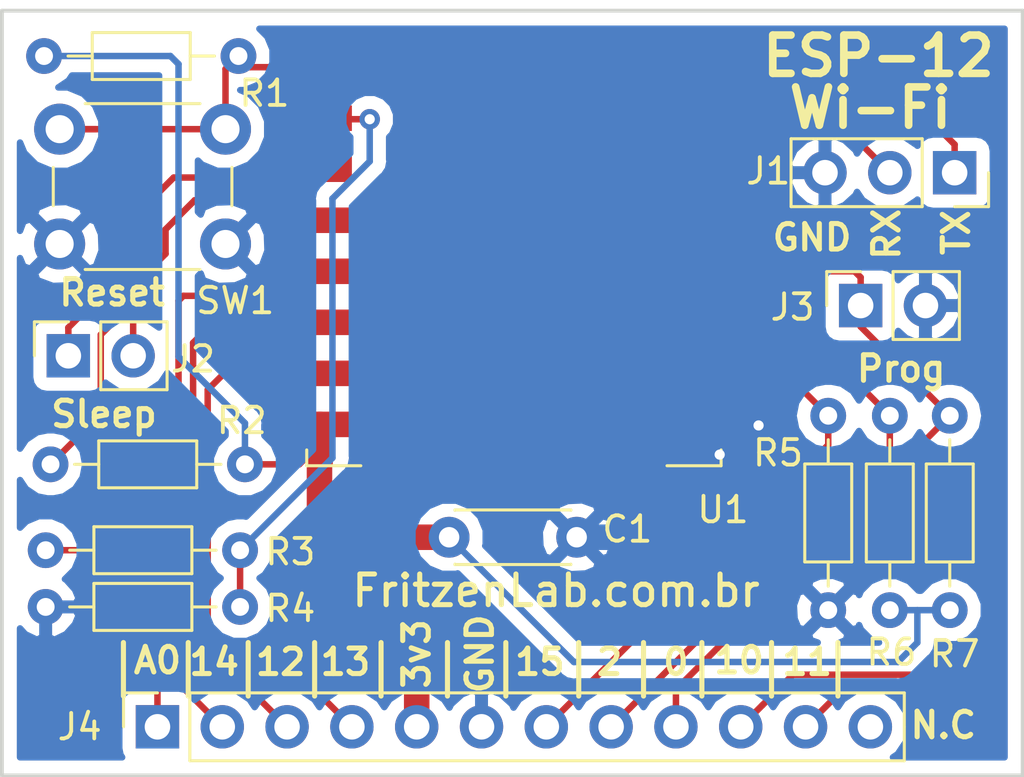
<source format=kicad_pcb>
(kicad_pcb (version 20171130) (host pcbnew 5.0.2-bee76a0~70~ubuntu18.04.1)

  (general
    (thickness 1.6)
    (drawings 37)
    (tracks 129)
    (zones 0)
    (modules 14)
    (nets 25)
  )

  (page A4)
  (layers
    (0 F.Cu signal)
    (31 B.Cu signal)
    (32 B.Adhes user)
    (33 F.Adhes user)
    (34 B.Paste user)
    (35 F.Paste user)
    (36 B.SilkS user)
    (37 F.SilkS user)
    (38 B.Mask user)
    (39 F.Mask user)
    (40 Dwgs.User user)
    (41 Cmts.User user)
    (42 Eco1.User user)
    (43 Eco2.User user)
    (44 Edge.Cuts user)
    (45 Margin user)
    (46 B.CrtYd user)
    (47 F.CrtYd user)
    (48 B.Fab user)
    (49 F.Fab user)
  )

  (setup
    (last_trace_width 1)
    (user_trace_width 0.254)
    (user_trace_width 1)
    (trace_clearance 0.2)
    (zone_clearance 0.508)
    (zone_45_only no)
    (trace_min 0.2)
    (segment_width 0.2)
    (edge_width 0.15)
    (via_size 0.8)
    (via_drill 0.4)
    (via_min_size 0.4)
    (via_min_drill 0.3)
    (uvia_size 0.3)
    (uvia_drill 0.1)
    (uvias_allowed no)
    (uvia_min_size 0.2)
    (uvia_min_drill 0.1)
    (pcb_text_width 0.3)
    (pcb_text_size 1.5 1.5)
    (mod_edge_width 0.15)
    (mod_text_size 1 1)
    (mod_text_width 0.15)
    (pad_size 1.524 1.524)
    (pad_drill 0.762)
    (pad_to_mask_clearance 0.051)
    (solder_mask_min_width 0.25)
    (aux_axis_origin 0 0)
    (visible_elements FFFFFF7F)
    (pcbplotparams
      (layerselection 0x010fc_ffffffff)
      (usegerberextensions false)
      (usegerberattributes true)
      (usegerberadvancedattributes false)
      (creategerberjobfile false)
      (excludeedgelayer true)
      (linewidth 0.100000)
      (plotframeref false)
      (viasonmask false)
      (mode 1)
      (useauxorigin false)
      (hpglpennumber 1)
      (hpglpenspeed 20)
      (hpglpendiameter 15.000000)
      (psnegative false)
      (psa4output false)
      (plotreference true)
      (plotvalue true)
      (plotinvisibletext false)
      (padsonsilk false)
      (subtractmaskfromsilk false)
      (outputformat 1)
      (mirror false)
      (drillshape 0)
      (scaleselection 1)
      (outputdirectory "./"))
  )

  (net 0 "")
  (net 1 Reset)
  (net 2 +3V3)
  (net 3 Enable)
  (net 4 A0)
  (net 5 Analog)
  (net 6 GND)
  (net 7 IO15)
  (net 8 IO2)
  (net 9 IO0)
  (net 10 Sleep)
  (net 11 IO14)
  (net 12 IO12)
  (net 13 IO13)
  (net 14 "Net-(U1-Pad9)")
  (net 15 "Net-(U1-Pad10)")
  (net 16 "Net-(U1-Pad11)")
  (net 17 "Net-(U1-Pad12)")
  (net 18 "Net-(U1-Pad13)")
  (net 19 "Net-(U1-Pad14)")
  (net 20 IO4)
  (net 21 IO5)
  (net 22 RX)
  (net 23 TX)
  (net 24 "Net-(J4-Pad12)")

  (net_class Default "This is the default net class."
    (clearance 0.2)
    (trace_width 0.25)
    (via_dia 0.8)
    (via_drill 0.4)
    (uvia_dia 0.3)
    (uvia_drill 0.1)
    (add_net +3V3)
    (add_net A0)
    (add_net Analog)
    (add_net Enable)
    (add_net GND)
    (add_net IO0)
    (add_net IO12)
    (add_net IO13)
    (add_net IO14)
    (add_net IO15)
    (add_net IO2)
    (add_net IO4)
    (add_net IO5)
    (add_net "Net-(J4-Pad12)")
    (add_net "Net-(U1-Pad10)")
    (add_net "Net-(U1-Pad11)")
    (add_net "Net-(U1-Pad12)")
    (add_net "Net-(U1-Pad13)")
    (add_net "Net-(U1-Pad14)")
    (add_net "Net-(U1-Pad9)")
    (add_net RX)
    (add_net Reset)
    (add_net Sleep)
    (add_net TX)
  )

  (module Resistor_THT:R_Axial_DIN0204_L3.6mm_D1.6mm_P7.62mm_Horizontal (layer F.Cu) (tedit 5AE5139B) (tstamp 5C76A16F)
    (at 182.3085 38.1 90)
    (descr "Resistor, Axial_DIN0204 series, Axial, Horizontal, pin pitch=7.62mm, 0.167W, length*diameter=3.6*1.6mm^2, http://cdn-reichelt.de/documents/datenblatt/B400/1_4W%23YAG.pdf")
    (tags "Resistor Axial_DIN0204 series Axial Horizontal pin pitch 7.62mm 0.167W length 3.6mm diameter 1.6mm")
    (path /5C69F9B2)
    (fp_text reference R7 (at -1.7145 0.1905 180) (layer F.SilkS)
      (effects (font (size 1 1) (thickness 0.15)))
    )
    (fp_text value R_US (at 3.81 1.92 90) (layer F.Fab)
      (effects (font (size 1 1) (thickness 0.15)))
    )
    (fp_line (start 2.01 -0.8) (end 2.01 0.8) (layer F.Fab) (width 0.1))
    (fp_line (start 2.01 0.8) (end 5.61 0.8) (layer F.Fab) (width 0.1))
    (fp_line (start 5.61 0.8) (end 5.61 -0.8) (layer F.Fab) (width 0.1))
    (fp_line (start 5.61 -0.8) (end 2.01 -0.8) (layer F.Fab) (width 0.1))
    (fp_line (start 0 0) (end 2.01 0) (layer F.Fab) (width 0.1))
    (fp_line (start 7.62 0) (end 5.61 0) (layer F.Fab) (width 0.1))
    (fp_line (start 1.89 -0.92) (end 1.89 0.92) (layer F.SilkS) (width 0.12))
    (fp_line (start 1.89 0.92) (end 5.73 0.92) (layer F.SilkS) (width 0.12))
    (fp_line (start 5.73 0.92) (end 5.73 -0.92) (layer F.SilkS) (width 0.12))
    (fp_line (start 5.73 -0.92) (end 1.89 -0.92) (layer F.SilkS) (width 0.12))
    (fp_line (start 0.94 0) (end 1.89 0) (layer F.SilkS) (width 0.12))
    (fp_line (start 6.68 0) (end 5.73 0) (layer F.SilkS) (width 0.12))
    (fp_line (start -0.95 -1.05) (end -0.95 1.05) (layer F.CrtYd) (width 0.05))
    (fp_line (start -0.95 1.05) (end 8.57 1.05) (layer F.CrtYd) (width 0.05))
    (fp_line (start 8.57 1.05) (end 8.57 -1.05) (layer F.CrtYd) (width 0.05))
    (fp_line (start 8.57 -1.05) (end -0.95 -1.05) (layer F.CrtYd) (width 0.05))
    (fp_text user %R (at -1.7145 0.127 180) (layer F.Fab)
      (effects (font (size 0.72 0.72) (thickness 0.108)))
    )
    (pad 1 thru_hole circle (at 0 0 90) (size 1.4 1.4) (drill 0.7) (layers *.Cu *.Mask)
      (net 2 +3V3))
    (pad 2 thru_hole oval (at 7.62 0 90) (size 1.4 1.4) (drill 0.7) (layers *.Cu *.Mask)
      (net 9 IO0))
    (model ${KISYS3DMOD}/Resistor_THT.3dshapes/R_Axial_DIN0204_L3.6mm_D1.6mm_P7.62mm_Horizontal.wrl
      (at (xyz 0 0 0))
      (scale (xyz 1 1 1))
      (rotate (xyz 0 0 0))
    )
  )

  (module Resistor_THT:R_Axial_DIN0204_L3.6mm_D1.6mm_P7.62mm_Horizontal (layer F.Cu) (tedit 5AE5139B) (tstamp 5C76AE60)
    (at 179.959 38.1 90)
    (descr "Resistor, Axial_DIN0204 series, Axial, Horizontal, pin pitch=7.62mm, 0.167W, length*diameter=3.6*1.6mm^2, http://cdn-reichelt.de/documents/datenblatt/B400/1_4W%23YAG.pdf")
    (tags "Resistor Axial_DIN0204 series Axial Horizontal pin pitch 7.62mm 0.167W length 3.6mm diameter 1.6mm")
    (path /5C69F95D)
    (fp_text reference R6 (at -1.651 0.0635 180) (layer F.SilkS)
      (effects (font (size 1 1) (thickness 0.15)))
    )
    (fp_text value R_US (at 3.81 1.92 90) (layer F.Fab)
      (effects (font (size 1 1) (thickness 0.15)))
    )
    (fp_text user %R (at -1.4605 0.3175 180) (layer F.Fab)
      (effects (font (size 0.72 0.72) (thickness 0.108)))
    )
    (fp_line (start 8.57 -1.05) (end -0.95 -1.05) (layer F.CrtYd) (width 0.05))
    (fp_line (start 8.57 1.05) (end 8.57 -1.05) (layer F.CrtYd) (width 0.05))
    (fp_line (start -0.95 1.05) (end 8.57 1.05) (layer F.CrtYd) (width 0.05))
    (fp_line (start -0.95 -1.05) (end -0.95 1.05) (layer F.CrtYd) (width 0.05))
    (fp_line (start 6.68 0) (end 5.73 0) (layer F.SilkS) (width 0.12))
    (fp_line (start 0.94 0) (end 1.89 0) (layer F.SilkS) (width 0.12))
    (fp_line (start 5.73 -0.92) (end 1.89 -0.92) (layer F.SilkS) (width 0.12))
    (fp_line (start 5.73 0.92) (end 5.73 -0.92) (layer F.SilkS) (width 0.12))
    (fp_line (start 1.89 0.92) (end 5.73 0.92) (layer F.SilkS) (width 0.12))
    (fp_line (start 1.89 -0.92) (end 1.89 0.92) (layer F.SilkS) (width 0.12))
    (fp_line (start 7.62 0) (end 5.61 0) (layer F.Fab) (width 0.1))
    (fp_line (start 0 0) (end 2.01 0) (layer F.Fab) (width 0.1))
    (fp_line (start 5.61 -0.8) (end 2.01 -0.8) (layer F.Fab) (width 0.1))
    (fp_line (start 5.61 0.8) (end 5.61 -0.8) (layer F.Fab) (width 0.1))
    (fp_line (start 2.01 0.8) (end 5.61 0.8) (layer F.Fab) (width 0.1))
    (fp_line (start 2.01 -0.8) (end 2.01 0.8) (layer F.Fab) (width 0.1))
    (pad 2 thru_hole oval (at 7.62 0 90) (size 1.4 1.4) (drill 0.7) (layers *.Cu *.Mask)
      (net 8 IO2))
    (pad 1 thru_hole circle (at 0 0 90) (size 1.4 1.4) (drill 0.7) (layers *.Cu *.Mask)
      (net 2 +3V3))
    (model ${KISYS3DMOD}/Resistor_THT.3dshapes/R_Axial_DIN0204_L3.6mm_D1.6mm_P7.62mm_Horizontal.wrl
      (at (xyz 0 0 0))
      (scale (xyz 1 1 1))
      (rotate (xyz 0 0 0))
    )
  )

  (module Resistor_THT:R_Axial_DIN0204_L3.6mm_D1.6mm_P7.62mm_Horizontal (layer F.Cu) (tedit 5AE5139B) (tstamp 5C76ADC4)
    (at 177.546 38.1 90)
    (descr "Resistor, Axial_DIN0204 series, Axial, Horizontal, pin pitch=7.62mm, 0.167W, length*diameter=3.6*1.6mm^2, http://cdn-reichelt.de/documents/datenblatt/B400/1_4W%23YAG.pdf")
    (tags "Resistor Axial_DIN0204 series Axial Horizontal pin pitch 7.62mm 0.167W length 3.6mm diameter 1.6mm")
    (path /5C69EB47)
    (fp_text reference R5 (at 6.1595 -1.9685 180) (layer F.SilkS)
      (effects (font (size 1 1) (thickness 0.15)))
    )
    (fp_text value R_US (at 3.81 1.92 90) (layer F.Fab)
      (effects (font (size 1 1) (thickness 0.15)))
    )
    (fp_line (start 2.01 -0.8) (end 2.01 0.8) (layer F.Fab) (width 0.1))
    (fp_line (start 2.01 0.8) (end 5.61 0.8) (layer F.Fab) (width 0.1))
    (fp_line (start 5.61 0.8) (end 5.61 -0.8) (layer F.Fab) (width 0.1))
    (fp_line (start 5.61 -0.8) (end 2.01 -0.8) (layer F.Fab) (width 0.1))
    (fp_line (start 0 0) (end 2.01 0) (layer F.Fab) (width 0.1))
    (fp_line (start 7.62 0) (end 5.61 0) (layer F.Fab) (width 0.1))
    (fp_line (start 1.89 -0.92) (end 1.89 0.92) (layer F.SilkS) (width 0.12))
    (fp_line (start 1.89 0.92) (end 5.73 0.92) (layer F.SilkS) (width 0.12))
    (fp_line (start 5.73 0.92) (end 5.73 -0.92) (layer F.SilkS) (width 0.12))
    (fp_line (start 5.73 -0.92) (end 1.89 -0.92) (layer F.SilkS) (width 0.12))
    (fp_line (start 0.94 0) (end 1.89 0) (layer F.SilkS) (width 0.12))
    (fp_line (start 6.68 0) (end 5.73 0) (layer F.SilkS) (width 0.12))
    (fp_line (start -0.95 -1.05) (end -0.95 1.05) (layer F.CrtYd) (width 0.05))
    (fp_line (start -0.95 1.05) (end 8.57 1.05) (layer F.CrtYd) (width 0.05))
    (fp_line (start 8.57 1.05) (end 8.57 -1.05) (layer F.CrtYd) (width 0.05))
    (fp_line (start 8.57 -1.05) (end -0.95 -1.05) (layer F.CrtYd) (width 0.05))
    (fp_text user %R (at 6.1595 -1.9685 180) (layer F.Fab)
      (effects (font (size 0.72 0.72) (thickness 0.108)))
    )
    (pad 1 thru_hole circle (at 0 0 90) (size 1.4 1.4) (drill 0.7) (layers *.Cu *.Mask)
      (net 6 GND))
    (pad 2 thru_hole oval (at 7.62 0 90) (size 1.4 1.4) (drill 0.7) (layers *.Cu *.Mask)
      (net 7 IO15))
    (model ${KISYS3DMOD}/Resistor_THT.3dshapes/R_Axial_DIN0204_L3.6mm_D1.6mm_P7.62mm_Horizontal.wrl
      (at (xyz 0 0 0))
      (scale (xyz 1 1 1))
      (rotate (xyz 0 0 0))
    )
  )

  (module Resistor_THT:R_Axial_DIN0204_L3.6mm_D1.6mm_P7.62mm_Horizontal (layer F.Cu) (tedit 5AE5139B) (tstamp 5C76A12D)
    (at 154.4955 37.973 180)
    (descr "Resistor, Axial_DIN0204 series, Axial, Horizontal, pin pitch=7.62mm, 0.167W, length*diameter=3.6*1.6mm^2, http://cdn-reichelt.de/documents/datenblatt/B400/1_4W%23YAG.pdf")
    (tags "Resistor Axial_DIN0204 series Axial Horizontal pin pitch 7.62mm 0.167W length 3.6mm diameter 1.6mm")
    (path /5C6A1D9E)
    (fp_text reference R4 (at -1.9685 -0.0635 180) (layer F.SilkS)
      (effects (font (size 1 1) (thickness 0.15)))
    )
    (fp_text value R_US (at 3.81 1.92 180) (layer F.Fab)
      (effects (font (size 1 1) (thickness 0.15)))
    )
    (fp_text user %R (at -1.905 0 180) (layer F.Fab)
      (effects (font (size 0.72 0.72) (thickness 0.108)))
    )
    (fp_line (start 8.57 -1.05) (end -0.95 -1.05) (layer F.CrtYd) (width 0.05))
    (fp_line (start 8.57 1.05) (end 8.57 -1.05) (layer F.CrtYd) (width 0.05))
    (fp_line (start -0.95 1.05) (end 8.57 1.05) (layer F.CrtYd) (width 0.05))
    (fp_line (start -0.95 -1.05) (end -0.95 1.05) (layer F.CrtYd) (width 0.05))
    (fp_line (start 6.68 0) (end 5.73 0) (layer F.SilkS) (width 0.12))
    (fp_line (start 0.94 0) (end 1.89 0) (layer F.SilkS) (width 0.12))
    (fp_line (start 5.73 -0.92) (end 1.89 -0.92) (layer F.SilkS) (width 0.12))
    (fp_line (start 5.73 0.92) (end 5.73 -0.92) (layer F.SilkS) (width 0.12))
    (fp_line (start 1.89 0.92) (end 5.73 0.92) (layer F.SilkS) (width 0.12))
    (fp_line (start 1.89 -0.92) (end 1.89 0.92) (layer F.SilkS) (width 0.12))
    (fp_line (start 7.62 0) (end 5.61 0) (layer F.Fab) (width 0.1))
    (fp_line (start 0 0) (end 2.01 0) (layer F.Fab) (width 0.1))
    (fp_line (start 5.61 -0.8) (end 2.01 -0.8) (layer F.Fab) (width 0.1))
    (fp_line (start 5.61 0.8) (end 5.61 -0.8) (layer F.Fab) (width 0.1))
    (fp_line (start 2.01 0.8) (end 5.61 0.8) (layer F.Fab) (width 0.1))
    (fp_line (start 2.01 -0.8) (end 2.01 0.8) (layer F.Fab) (width 0.1))
    (pad 2 thru_hole oval (at 7.62 0 180) (size 1.4 1.4) (drill 0.7) (layers *.Cu *.Mask)
      (net 6 GND))
    (pad 1 thru_hole circle (at 0 0 180) (size 1.4 1.4) (drill 0.7) (layers *.Cu *.Mask)
      (net 5 Analog))
    (model ${KISYS3DMOD}/Resistor_THT.3dshapes/R_Axial_DIN0204_L3.6mm_D1.6mm_P7.62mm_Horizontal.wrl
      (at (xyz 0 0 0))
      (scale (xyz 1 1 1))
      (rotate (xyz 0 0 0))
    )
  )

  (module Resistor_THT:R_Axial_DIN0204_L3.6mm_D1.6mm_P7.62mm_Horizontal (layer F.Cu) (tedit 5AE5139B) (tstamp 5C76A117)
    (at 146.8755 35.7505)
    (descr "Resistor, Axial_DIN0204 series, Axial, Horizontal, pin pitch=7.62mm, 0.167W, length*diameter=3.6*1.6mm^2, http://cdn-reichelt.de/documents/datenblatt/B400/1_4W%23YAG.pdf")
    (tags "Resistor Axial_DIN0204 series Axial Horizontal pin pitch 7.62mm 0.167W length 3.6mm diameter 1.6mm")
    (path /5C6A1CE6)
    (fp_text reference R3 (at 9.5885 0.0635) (layer F.SilkS)
      (effects (font (size 1 1) (thickness 0.15)))
    )
    (fp_text value R_US (at 3.81 1.92) (layer F.Fab)
      (effects (font (size 1 1) (thickness 0.15)))
    )
    (fp_line (start 2.01 -0.8) (end 2.01 0.8) (layer F.Fab) (width 0.1))
    (fp_line (start 2.01 0.8) (end 5.61 0.8) (layer F.Fab) (width 0.1))
    (fp_line (start 5.61 0.8) (end 5.61 -0.8) (layer F.Fab) (width 0.1))
    (fp_line (start 5.61 -0.8) (end 2.01 -0.8) (layer F.Fab) (width 0.1))
    (fp_line (start 0 0) (end 2.01 0) (layer F.Fab) (width 0.1))
    (fp_line (start 7.62 0) (end 5.61 0) (layer F.Fab) (width 0.1))
    (fp_line (start 1.89 -0.92) (end 1.89 0.92) (layer F.SilkS) (width 0.12))
    (fp_line (start 1.89 0.92) (end 5.73 0.92) (layer F.SilkS) (width 0.12))
    (fp_line (start 5.73 0.92) (end 5.73 -0.92) (layer F.SilkS) (width 0.12))
    (fp_line (start 5.73 -0.92) (end 1.89 -0.92) (layer F.SilkS) (width 0.12))
    (fp_line (start 0.94 0) (end 1.89 0) (layer F.SilkS) (width 0.12))
    (fp_line (start 6.68 0) (end 5.73 0) (layer F.SilkS) (width 0.12))
    (fp_line (start -0.95 -1.05) (end -0.95 1.05) (layer F.CrtYd) (width 0.05))
    (fp_line (start -0.95 1.05) (end 8.57 1.05) (layer F.CrtYd) (width 0.05))
    (fp_line (start 8.57 1.05) (end 8.57 -1.05) (layer F.CrtYd) (width 0.05))
    (fp_line (start 8.57 -1.05) (end -0.95 -1.05) (layer F.CrtYd) (width 0.05))
    (fp_text user %R (at 3.81 0) (layer F.Fab)
      (effects (font (size 0.72 0.72) (thickness 0.108)))
    )
    (pad 1 thru_hole circle (at 0 0) (size 1.4 1.4) (drill 0.7) (layers *.Cu *.Mask)
      (net 4 A0))
    (pad 2 thru_hole oval (at 7.62 0) (size 1.4 1.4) (drill 0.7) (layers *.Cu *.Mask)
      (net 5 Analog))
    (model ${KISYS3DMOD}/Resistor_THT.3dshapes/R_Axial_DIN0204_L3.6mm_D1.6mm_P7.62mm_Horizontal.wrl
      (at (xyz 0 0 0))
      (scale (xyz 1 1 1))
      (rotate (xyz 0 0 0))
    )
  )

  (module Resistor_THT:R_Axial_DIN0204_L3.6mm_D1.6mm_P7.62mm_Horizontal (layer F.Cu) (tedit 5AE5139B) (tstamp 5C76A101)
    (at 154.686 32.385 180)
    (descr "Resistor, Axial_DIN0204 series, Axial, Horizontal, pin pitch=7.62mm, 0.167W, length*diameter=3.6*1.6mm^2, http://cdn-reichelt.de/documents/datenblatt/B400/1_4W%23YAG.pdf")
    (tags "Resistor Axial_DIN0204 series Axial Horizontal pin pitch 7.62mm 0.167W length 3.6mm diameter 1.6mm")
    (path /5C69FA14)
    (fp_text reference R2 (at 0.127 1.7145 180) (layer F.SilkS)
      (effects (font (size 1 1) (thickness 0.15)))
    )
    (fp_text value R_US (at 3.81 1.92 180) (layer F.Fab)
      (effects (font (size 1 1) (thickness 0.15)))
    )
    (fp_text user %R (at 3.81 0 180) (layer F.Fab)
      (effects (font (size 0.72 0.72) (thickness 0.108)))
    )
    (fp_line (start 8.57 -1.05) (end -0.95 -1.05) (layer F.CrtYd) (width 0.05))
    (fp_line (start 8.57 1.05) (end 8.57 -1.05) (layer F.CrtYd) (width 0.05))
    (fp_line (start -0.95 1.05) (end 8.57 1.05) (layer F.CrtYd) (width 0.05))
    (fp_line (start -0.95 -1.05) (end -0.95 1.05) (layer F.CrtYd) (width 0.05))
    (fp_line (start 6.68 0) (end 5.73 0) (layer F.SilkS) (width 0.12))
    (fp_line (start 0.94 0) (end 1.89 0) (layer F.SilkS) (width 0.12))
    (fp_line (start 5.73 -0.92) (end 1.89 -0.92) (layer F.SilkS) (width 0.12))
    (fp_line (start 5.73 0.92) (end 5.73 -0.92) (layer F.SilkS) (width 0.12))
    (fp_line (start 1.89 0.92) (end 5.73 0.92) (layer F.SilkS) (width 0.12))
    (fp_line (start 1.89 -0.92) (end 1.89 0.92) (layer F.SilkS) (width 0.12))
    (fp_line (start 7.62 0) (end 5.61 0) (layer F.Fab) (width 0.1))
    (fp_line (start 0 0) (end 2.01 0) (layer F.Fab) (width 0.1))
    (fp_line (start 5.61 -0.8) (end 2.01 -0.8) (layer F.Fab) (width 0.1))
    (fp_line (start 5.61 0.8) (end 5.61 -0.8) (layer F.Fab) (width 0.1))
    (fp_line (start 2.01 0.8) (end 5.61 0.8) (layer F.Fab) (width 0.1))
    (fp_line (start 2.01 -0.8) (end 2.01 0.8) (layer F.Fab) (width 0.1))
    (pad 2 thru_hole oval (at 7.62 0 180) (size 1.4 1.4) (drill 0.7) (layers *.Cu *.Mask)
      (net 3 Enable))
    (pad 1 thru_hole circle (at 0 0 180) (size 1.4 1.4) (drill 0.7) (layers *.Cu *.Mask)
      (net 2 +3V3))
    (model ${KISYS3DMOD}/Resistor_THT.3dshapes/R_Axial_DIN0204_L3.6mm_D1.6mm_P7.62mm_Horizontal.wrl
      (at (xyz 0 0 0))
      (scale (xyz 1 1 1))
      (rotate (xyz 0 0 0))
    )
  )

  (module Resistor_THT:R_Axial_DIN0204_L3.6mm_D1.6mm_P7.62mm_Horizontal (layer F.Cu) (tedit 5AE5139B) (tstamp 5C76A0EB)
    (at 154.432 16.383 180)
    (descr "Resistor, Axial_DIN0204 series, Axial, Horizontal, pin pitch=7.62mm, 0.167W, length*diameter=3.6*1.6mm^2, http://cdn-reichelt.de/documents/datenblatt/B400/1_4W%23YAG.pdf")
    (tags "Resistor Axial_DIN0204 series Axial Horizontal pin pitch 7.62mm 0.167W length 3.6mm diameter 1.6mm")
    (path /5C69FD3C)
    (fp_text reference R1 (at -1.016 -1.4605 180) (layer F.SilkS)
      (effects (font (size 1 1) (thickness 0.15)))
    )
    (fp_text value R_US (at 4.1275 0.0635 180) (layer F.Fab)
      (effects (font (size 1 1) (thickness 0.15)))
    )
    (fp_line (start 2.01 -0.8) (end 2.01 0.8) (layer F.Fab) (width 0.1))
    (fp_line (start 2.01 0.8) (end 5.61 0.8) (layer F.Fab) (width 0.1))
    (fp_line (start 5.61 0.8) (end 5.61 -0.8) (layer F.Fab) (width 0.1))
    (fp_line (start 5.61 -0.8) (end 2.01 -0.8) (layer F.Fab) (width 0.1))
    (fp_line (start 0 0) (end 2.01 0) (layer F.Fab) (width 0.1))
    (fp_line (start 7.62 0) (end 5.61 0) (layer F.Fab) (width 0.1))
    (fp_line (start 1.89 -0.92) (end 1.89 0.92) (layer F.SilkS) (width 0.12))
    (fp_line (start 1.89 0.92) (end 5.73 0.92) (layer F.SilkS) (width 0.12))
    (fp_line (start 5.73 0.92) (end 5.73 -0.92) (layer F.SilkS) (width 0.12))
    (fp_line (start 5.73 -0.92) (end 1.89 -0.92) (layer F.SilkS) (width 0.12))
    (fp_line (start 0.94 0) (end 1.89 0) (layer F.SilkS) (width 0.12))
    (fp_line (start 6.68 0) (end 5.73 0) (layer F.SilkS) (width 0.12))
    (fp_line (start -0.95 -1.05) (end -0.95 1.05) (layer F.CrtYd) (width 0.05))
    (fp_line (start -0.95 1.05) (end 8.57 1.05) (layer F.CrtYd) (width 0.05))
    (fp_line (start 8.57 1.05) (end 8.57 -1.05) (layer F.CrtYd) (width 0.05))
    (fp_line (start 8.57 -1.05) (end -0.95 -1.05) (layer F.CrtYd) (width 0.05))
    (fp_text user %R (at 3.81 0 180) (layer F.Fab)
      (effects (font (size 0.72 0.72) (thickness 0.108)))
    )
    (pad 1 thru_hole circle (at 0 0 180) (size 1.4 1.4) (drill 0.7) (layers *.Cu *.Mask)
      (net 1 Reset))
    (pad 2 thru_hole oval (at 7.62 0 180) (size 1.4 1.4) (drill 0.7) (layers *.Cu *.Mask)
      (net 2 +3V3))
    (model ${KISYS3DMOD}/Resistor_THT.3dshapes/R_Axial_DIN0204_L3.6mm_D1.6mm_P7.62mm_Horizontal.wrl
      (at (xyz 0 0 0))
      (scale (xyz 1 1 1))
      (rotate (xyz 0 0 0))
    )
  )

  (module ESP12-breakout-r01:ESP-12E-clovis (layer F.Cu) (tedit 5C69FD6D) (tstamp 5C768EA5)
    (at 165.227 20.32)
    (descr "Wi-Fi Module, http://wiki.ai-thinker.com/_media/esp8266/docs/aithinker_esp_12f_datasheet_en.pdf")
    (tags "Wi-Fi Module")
    (path /5C69E8C3)
    (attr smd)
    (fp_text reference U1 (at 8.1915 13.843) (layer F.SilkS)
      (effects (font (size 1 1) (thickness 0.15)))
    )
    (fp_text value ESP-12F (at 0 -2.54) (layer F.Fab)
      (effects (font (size 1 1) (thickness 0.15)))
    )
    (fp_line (start 8.12 -4.8) (end -8.12 -4.8) (layer Dwgs.User) (width 0.12))
    (fp_line (start -8.12 12.12) (end -8.12 11.5) (layer F.SilkS) (width 0.12))
    (fp_line (start -6 12.12) (end -8.12 12.12) (layer F.SilkS) (width 0.12))
    (fp_line (start 8.12 12.12) (end 6 12.12) (layer F.SilkS) (width 0.12))
    (fp_line (start 8.12 11.5) (end 8.12 12.12) (layer F.SilkS) (width 0.12))
    (fp_line (start -9.05 13.1) (end -9.05 -5.2324) (layer F.CrtYd) (width 0.05))
    (fp_line (start 9.05 13.1) (end -9.05 13.1) (layer F.CrtYd) (width 0.05))
    (fp_line (start 9.05 -5.2324) (end 9.05 13.1) (layer F.CrtYd) (width 0.05))
    (fp_line (start -9.05 -5.2324) (end 9.05 -5.2324) (layer F.CrtYd) (width 0.05))
    (fp_line (start -8 -4) (end -8.001 -5.08) (layer F.Fab) (width 0.12))
    (fp_line (start -7.5 -3.5) (end -8 -4) (layer F.Fab) (width 0.12))
    (fp_line (start -8 -3) (end -7.5 -3.5) (layer F.Fab) (width 0.12))
    (fp_line (start -8 12) (end -8 -3) (layer F.Fab) (width 0.12))
    (fp_line (start 8 12) (end -8 12) (layer F.Fab) (width 0.12))
    (fp_line (start 8 -5.08) (end 8 12) (layer F.Fab) (width 0.12))
    (fp_line (start -8 -5.08) (end 8 -5.08) (layer F.Fab) (width 0.12))
    (fp_text user %R (at 0.49 -0.8) (layer F.Fab)
      (effects (font (size 1 1) (thickness 0.15)))
    )
    (pad 22 smd rect (at 7.6 -3.5) (size 2.5 1) (layers F.Cu F.Paste F.Mask)
      (net 23 TX))
    (pad 21 smd rect (at 7.6 -1.5) (size 2.5 1) (layers F.Cu F.Paste F.Mask)
      (net 22 RX))
    (pad 20 smd rect (at 7.6 0.5) (size 2.5 1) (layers F.Cu F.Paste F.Mask)
      (net 21 IO5))
    (pad 19 smd rect (at 7.6 2.5) (size 2.5 1) (layers F.Cu F.Paste F.Mask)
      (net 20 IO4))
    (pad 18 smd rect (at 7.6 4.5) (size 2.5 1) (layers F.Cu F.Paste F.Mask)
      (net 9 IO0))
    (pad 17 smd rect (at 7.6 6.5) (size 2.5 1) (layers F.Cu F.Paste F.Mask)
      (net 8 IO2))
    (pad 16 smd rect (at 7.6 8.5) (size 2.5 1) (layers F.Cu F.Paste F.Mask)
      (net 7 IO15))
    (pad 15 smd rect (at 7.6 10.5) (size 2.5 1) (layers F.Cu F.Paste F.Mask)
      (net 6 GND))
    (pad 14 smd rect (at 5 12) (size 1 1.8) (layers F.Cu F.Paste F.Mask)
      (net 19 "Net-(U1-Pad14)"))
    (pad 13 smd rect (at 3 12) (size 1 1.8) (layers F.Cu F.Paste F.Mask)
      (net 18 "Net-(U1-Pad13)"))
    (pad 12 smd rect (at 1 12) (size 1 1.8) (layers F.Cu F.Paste F.Mask)
      (net 17 "Net-(U1-Pad12)"))
    (pad 11 smd rect (at -1 12) (size 1 1.8) (layers F.Cu F.Paste F.Mask)
      (net 16 "Net-(U1-Pad11)"))
    (pad 10 smd rect (at -3 12) (size 1 1.8) (layers F.Cu F.Paste F.Mask)
      (net 15 "Net-(U1-Pad10)"))
    (pad 9 smd rect (at -5 12) (size 1 1.8) (layers F.Cu F.Paste F.Mask)
      (net 14 "Net-(U1-Pad9)"))
    (pad 8 smd rect (at -7.6 10.5) (size 2.5 1) (layers F.Cu F.Paste F.Mask)
      (net 2 +3V3))
    (pad 7 smd rect (at -7.6 8.5) (size 2.5 1) (layers F.Cu F.Paste F.Mask)
      (net 13 IO13))
    (pad 6 smd rect (at -7.6 6.5) (size 2.5 1) (layers F.Cu F.Paste F.Mask)
      (net 12 IO12))
    (pad 5 smd rect (at -7.6 4.5) (size 2.5 1) (layers F.Cu F.Paste F.Mask)
      (net 11 IO14))
    (pad 4 smd rect (at -7.6 2.5) (size 2.5 1) (layers F.Cu F.Paste F.Mask)
      (net 10 Sleep))
    (pad 3 smd rect (at -7.6 0.5) (size 2.5 1) (layers F.Cu F.Paste F.Mask)
      (net 3 Enable))
    (pad 2 smd rect (at -7.6 -1.5) (size 2.5 1) (layers F.Cu F.Paste F.Mask)
      (net 5 Analog))
    (pad 1 smd rect (at -7.6 -3.5) (size 2.5 1) (layers F.Cu F.Paste F.Mask)
      (net 1 Reset))
    (model ${KISYS3DMOD}/RF_Module.3dshapes/ESP-12E.wrl
      (at (xyz 0 0 0))
      (scale (xyz 1 1 1))
      (rotate (xyz 0 0 0))
    )
  )

  (module Button_Switch_THT:SW_PUSH_6mm (layer F.Cu) (tedit 5A02FE31) (tstamp 5C6CDE51)
    (at 153.924 23.749 180)
    (descr https://www.omron.com/ecb/products/pdf/en-b3f.pdf)
    (tags "tact sw push 6mm")
    (path /5C69EF70)
    (fp_text reference SW1 (at -0.381 -2.2225 180) (layer F.SilkS)
      (effects (font (size 1 1) (thickness 0.15)))
    )
    (fp_text value SW_Push (at 3.75 6.7 180) (layer F.Fab)
      (effects (font (size 1 1) (thickness 0.15)))
    )
    (fp_text user %R (at 3.25 2.25 180) (layer F.Fab)
      (effects (font (size 1 1) (thickness 0.15)))
    )
    (fp_line (start 3.25 -0.75) (end 6.25 -0.75) (layer F.Fab) (width 0.1))
    (fp_line (start 6.25 -0.75) (end 6.25 5.25) (layer F.Fab) (width 0.1))
    (fp_line (start 6.25 5.25) (end 0.25 5.25) (layer F.Fab) (width 0.1))
    (fp_line (start 0.25 5.25) (end 0.25 -0.75) (layer F.Fab) (width 0.1))
    (fp_line (start 0.25 -0.75) (end 3.25 -0.75) (layer F.Fab) (width 0.1))
    (fp_line (start 7.75 6) (end 8 6) (layer F.CrtYd) (width 0.05))
    (fp_line (start 8 6) (end 8 5.75) (layer F.CrtYd) (width 0.05))
    (fp_line (start 7.75 -1.5) (end 8 -1.5) (layer F.CrtYd) (width 0.05))
    (fp_line (start 8 -1.5) (end 8 -1.25) (layer F.CrtYd) (width 0.05))
    (fp_line (start -1.5 -1.25) (end -1.5 -1.5) (layer F.CrtYd) (width 0.05))
    (fp_line (start -1.5 -1.5) (end -1.25 -1.5) (layer F.CrtYd) (width 0.05))
    (fp_line (start -1.5 5.75) (end -1.5 6) (layer F.CrtYd) (width 0.05))
    (fp_line (start -1.5 6) (end -1.25 6) (layer F.CrtYd) (width 0.05))
    (fp_line (start -1.25 -1.5) (end 7.75 -1.5) (layer F.CrtYd) (width 0.05))
    (fp_line (start -1.5 5.75) (end -1.5 -1.25) (layer F.CrtYd) (width 0.05))
    (fp_line (start 7.75 6) (end -1.25 6) (layer F.CrtYd) (width 0.05))
    (fp_line (start 8 -1.25) (end 8 5.75) (layer F.CrtYd) (width 0.05))
    (fp_line (start 1 5.5) (end 5.5 5.5) (layer F.SilkS) (width 0.12))
    (fp_line (start -0.25 1.5) (end -0.25 3) (layer F.SilkS) (width 0.12))
    (fp_line (start 5.5 -1) (end 1 -1) (layer F.SilkS) (width 0.12))
    (fp_line (start 6.75 3) (end 6.75 1.5) (layer F.SilkS) (width 0.12))
    (fp_circle (center 3.25 2.25) (end 1.25 2.5) (layer F.Fab) (width 0.1))
    (pad 2 thru_hole circle (at 0 4.5 270) (size 2 2) (drill 1.1) (layers *.Cu *.Mask)
      (net 1 Reset))
    (pad 1 thru_hole circle (at 0 0 270) (size 2 2) (drill 1.1) (layers *.Cu *.Mask)
      (net 6 GND))
    (pad 2 thru_hole circle (at 6.5 4.5 270) (size 2 2) (drill 1.1) (layers *.Cu *.Mask)
      (net 1 Reset))
    (pad 1 thru_hole circle (at 6.5 0 270) (size 2 2) (drill 1.1) (layers *.Cu *.Mask)
      (net 6 GND))
    (model ${KISYS3DMOD}/Button_Switch_THT.3dshapes/SW_PUSH_6mm.wrl
      (at (xyz 0 0 0))
      (scale (xyz 1 1 1))
      (rotate (xyz 0 0 0))
    )
  )

  (module Capacitor_THT:C_Disc_D4.3mm_W1.9mm_P5.00mm (layer F.Cu) (tedit 5AE50EF0) (tstamp 5C6CDE32)
    (at 162.687 35.2425)
    (descr "C, Disc series, Radial, pin pitch=5.00mm, , diameter*width=4.3*1.9mm^2, Capacitor, http://www.vishay.com/docs/45233/krseries.pdf")
    (tags "C Disc series Radial pin pitch 5.00mm  diameter 4.3mm width 1.9mm Capacitor")
    (path /5C69ED67)
    (fp_text reference C1 (at 6.985 -0.3175) (layer F.SilkS)
      (effects (font (size 1 1) (thickness 0.15)))
    )
    (fp_text value 100n (at 7.9375 0.889) (layer F.Fab)
      (effects (font (size 1 1) (thickness 0.15)))
    )
    (fp_line (start 0.35 -0.95) (end 0.35 0.95) (layer F.Fab) (width 0.1))
    (fp_line (start 0.35 0.95) (end 4.65 0.95) (layer F.Fab) (width 0.1))
    (fp_line (start 4.65 0.95) (end 4.65 -0.95) (layer F.Fab) (width 0.1))
    (fp_line (start 4.65 -0.95) (end 0.35 -0.95) (layer F.Fab) (width 0.1))
    (fp_line (start 0.23 -1.07) (end 4.77 -1.07) (layer F.SilkS) (width 0.12))
    (fp_line (start 0.23 1.07) (end 4.77 1.07) (layer F.SilkS) (width 0.12))
    (fp_line (start 0.23 -1.07) (end 0.23 -1.055) (layer F.SilkS) (width 0.12))
    (fp_line (start 0.23 1.055) (end 0.23 1.07) (layer F.SilkS) (width 0.12))
    (fp_line (start 4.77 -1.07) (end 4.77 -1.055) (layer F.SilkS) (width 0.12))
    (fp_line (start 4.77 1.055) (end 4.77 1.07) (layer F.SilkS) (width 0.12))
    (fp_line (start -1.05 -1.2) (end -1.05 1.2) (layer F.CrtYd) (width 0.05))
    (fp_line (start -1.05 1.2) (end 6.05 1.2) (layer F.CrtYd) (width 0.05))
    (fp_line (start 6.05 1.2) (end 6.05 -1.2) (layer F.CrtYd) (width 0.05))
    (fp_line (start 6.05 -1.2) (end -1.05 -1.2) (layer F.CrtYd) (width 0.05))
    (fp_text user %R (at 6.9215 -0.3175) (layer F.Fab)
      (effects (font (size 0.86 0.86) (thickness 0.129)))
    )
    (pad 1 thru_hole circle (at 0 0) (size 1.6 1.6) (drill 0.8) (layers *.Cu *.Mask)
      (net 2 +3V3))
    (pad 2 thru_hole circle (at 5 0) (size 1.6 1.6) (drill 0.8) (layers *.Cu *.Mask)
      (net 6 GND))
    (model ${KISYS3DMOD}/Capacitor_THT.3dshapes/C_Disc_D4.3mm_W1.9mm_P5.00mm.wrl
      (at (xyz 0 0 0))
      (scale (xyz 1 1 1))
      (rotate (xyz 0 0 0))
    )
  )

  (module Connector_PinSocket_2.54mm:PinSocket_1x02_P2.54mm_Vertical (layer F.Cu) (tedit 5A19A420) (tstamp 5C6CDE1D)
    (at 178.816 26.162 90)
    (descr "Through hole straight socket strip, 1x02, 2.54mm pitch, single row (from Kicad 4.0.7), script generated")
    (tags "Through hole socket strip THT 1x02 2.54mm single row")
    (path /5C69F345)
    (fp_text reference J3 (at -0.0635 -2.667 180) (layer F.SilkS)
      (effects (font (size 1 1) (thickness 0.15)))
    )
    (fp_text value Conn_01x02_Male (at 0 5.31 90) (layer F.Fab)
      (effects (font (size 1 1) (thickness 0.15)))
    )
    (fp_text user %R (at 0 1.27 180) (layer F.Fab)
      (effects (font (size 1 1) (thickness 0.15)))
    )
    (fp_line (start -1.8 4.3) (end -1.8 -1.8) (layer F.CrtYd) (width 0.05))
    (fp_line (start 1.75 4.3) (end -1.8 4.3) (layer F.CrtYd) (width 0.05))
    (fp_line (start 1.75 -1.8) (end 1.75 4.3) (layer F.CrtYd) (width 0.05))
    (fp_line (start -1.8 -1.8) (end 1.75 -1.8) (layer F.CrtYd) (width 0.05))
    (fp_line (start 0 -1.33) (end 1.33 -1.33) (layer F.SilkS) (width 0.12))
    (fp_line (start 1.33 -1.33) (end 1.33 0) (layer F.SilkS) (width 0.12))
    (fp_line (start 1.33 1.27) (end 1.33 3.87) (layer F.SilkS) (width 0.12))
    (fp_line (start -1.33 3.87) (end 1.33 3.87) (layer F.SilkS) (width 0.12))
    (fp_line (start -1.33 1.27) (end -1.33 3.87) (layer F.SilkS) (width 0.12))
    (fp_line (start -1.33 1.27) (end 1.33 1.27) (layer F.SilkS) (width 0.12))
    (fp_line (start -1.27 3.81) (end -1.27 -1.27) (layer F.Fab) (width 0.1))
    (fp_line (start 1.27 3.81) (end -1.27 3.81) (layer F.Fab) (width 0.1))
    (fp_line (start 1.27 -0.635) (end 1.27 3.81) (layer F.Fab) (width 0.1))
    (fp_line (start 0.635 -1.27) (end 1.27 -0.635) (layer F.Fab) (width 0.1))
    (fp_line (start -1.27 -1.27) (end 0.635 -1.27) (layer F.Fab) (width 0.1))
    (pad 2 thru_hole oval (at 0 2.54 90) (size 1.7 1.7) (drill 1) (layers *.Cu *.Mask)
      (net 6 GND))
    (pad 1 thru_hole rect (at 0 0 90) (size 1.7 1.7) (drill 1) (layers *.Cu *.Mask)
      (net 9 IO0))
    (model ${KISYS3DMOD}/Connector_PinSocket_2.54mm.3dshapes/PinSocket_1x02_P2.54mm_Vertical.wrl
      (at (xyz 0 0 0))
      (scale (xyz 1 1 1))
      (rotate (xyz 0 0 0))
    )
  )

  (module Connector_PinSocket_2.54mm:PinSocket_1x02_P2.54mm_Vertical (layer F.Cu) (tedit 5A19A420) (tstamp 5C6CDE07)
    (at 147.7645 28.1305 90)
    (descr "Through hole straight socket strip, 1x02, 2.54mm pitch, single row (from Kicad 4.0.7), script generated")
    (tags "Through hole socket strip THT 1x02 2.54mm single row")
    (path /5C69F24C)
    (fp_text reference J2 (at -0.127 4.8895 180) (layer F.SilkS)
      (effects (font (size 1 1) (thickness 0.15)))
    )
    (fp_text value Conn_01x02_Male (at 0 5.31 90) (layer F.Fab)
      (effects (font (size 1 1) (thickness 0.15)))
    )
    (fp_line (start -1.27 -1.27) (end 0.635 -1.27) (layer F.Fab) (width 0.1))
    (fp_line (start 0.635 -1.27) (end 1.27 -0.635) (layer F.Fab) (width 0.1))
    (fp_line (start 1.27 -0.635) (end 1.27 3.81) (layer F.Fab) (width 0.1))
    (fp_line (start 1.27 3.81) (end -1.27 3.81) (layer F.Fab) (width 0.1))
    (fp_line (start -1.27 3.81) (end -1.27 -1.27) (layer F.Fab) (width 0.1))
    (fp_line (start -1.33 1.27) (end 1.33 1.27) (layer F.SilkS) (width 0.12))
    (fp_line (start -1.33 1.27) (end -1.33 3.87) (layer F.SilkS) (width 0.12))
    (fp_line (start -1.33 3.87) (end 1.33 3.87) (layer F.SilkS) (width 0.12))
    (fp_line (start 1.33 1.27) (end 1.33 3.87) (layer F.SilkS) (width 0.12))
    (fp_line (start 1.33 -1.33) (end 1.33 0) (layer F.SilkS) (width 0.12))
    (fp_line (start 0 -1.33) (end 1.33 -1.33) (layer F.SilkS) (width 0.12))
    (fp_line (start -1.8 -1.8) (end 1.75 -1.8) (layer F.CrtYd) (width 0.05))
    (fp_line (start 1.75 -1.8) (end 1.75 4.3) (layer F.CrtYd) (width 0.05))
    (fp_line (start 1.75 4.3) (end -1.8 4.3) (layer F.CrtYd) (width 0.05))
    (fp_line (start -1.8 4.3) (end -1.8 -1.8) (layer F.CrtYd) (width 0.05))
    (fp_text user %R (at 0 1.27 180) (layer F.Fab)
      (effects (font (size 1 1) (thickness 0.15)))
    )
    (pad 1 thru_hole rect (at 0 0 90) (size 1.7 1.7) (drill 1) (layers *.Cu *.Mask)
      (net 1 Reset))
    (pad 2 thru_hole oval (at 0 2.54 90) (size 1.7 1.7) (drill 1) (layers *.Cu *.Mask)
      (net 10 Sleep))
    (model ${KISYS3DMOD}/Connector_PinSocket_2.54mm.3dshapes/PinSocket_1x02_P2.54mm_Vertical.wrl
      (at (xyz 0 0 0))
      (scale (xyz 1 1 1))
      (rotate (xyz 0 0 0))
    )
  )

  (module Connector_PinSocket_2.54mm:PinSocket_1x03_P2.54mm_Vertical (layer F.Cu) (tedit 5A19A429) (tstamp 5C6CDDF1)
    (at 182.499 20.955 270)
    (descr "Through hole straight socket strip, 1x03, 2.54mm pitch, single row (from Kicad 4.0.7), script generated")
    (tags "Through hole socket strip THT 1x03 2.54mm single row")
    (path /5C69F503)
    (fp_text reference J1 (at -0.0635 7.3025) (layer F.SilkS)
      (effects (font (size 1 1) (thickness 0.15)))
    )
    (fp_text value Conn_01x03_Male (at 0 7.85 270) (layer F.Fab)
      (effects (font (size 1 1) (thickness 0.15)))
    )
    (fp_line (start -1.27 -1.27) (end 0.635 -1.27) (layer F.Fab) (width 0.1))
    (fp_line (start 0.635 -1.27) (end 1.27 -0.635) (layer F.Fab) (width 0.1))
    (fp_line (start 1.27 -0.635) (end 1.27 6.35) (layer F.Fab) (width 0.1))
    (fp_line (start 1.27 6.35) (end -1.27 6.35) (layer F.Fab) (width 0.1))
    (fp_line (start -1.27 6.35) (end -1.27 -1.27) (layer F.Fab) (width 0.1))
    (fp_line (start -1.33 1.27) (end 1.33 1.27) (layer F.SilkS) (width 0.12))
    (fp_line (start -1.33 1.27) (end -1.33 6.41) (layer F.SilkS) (width 0.12))
    (fp_line (start -1.33 6.41) (end 1.33 6.41) (layer F.SilkS) (width 0.12))
    (fp_line (start 1.33 1.27) (end 1.33 6.41) (layer F.SilkS) (width 0.12))
    (fp_line (start 1.33 -1.33) (end 1.33 0) (layer F.SilkS) (width 0.12))
    (fp_line (start 0 -1.33) (end 1.33 -1.33) (layer F.SilkS) (width 0.12))
    (fp_line (start -1.8 -1.8) (end 1.75 -1.8) (layer F.CrtYd) (width 0.05))
    (fp_line (start 1.75 -1.8) (end 1.75 6.85) (layer F.CrtYd) (width 0.05))
    (fp_line (start 1.75 6.85) (end -1.8 6.85) (layer F.CrtYd) (width 0.05))
    (fp_line (start -1.8 6.85) (end -1.8 -1.8) (layer F.CrtYd) (width 0.05))
    (fp_text user %R (at 0 2.54) (layer F.Fab)
      (effects (font (size 1 1) (thickness 0.15)))
    )
    (pad 1 thru_hole rect (at 0 0 270) (size 1.7 1.7) (drill 1) (layers *.Cu *.Mask)
      (net 23 TX))
    (pad 2 thru_hole oval (at 0 2.54 270) (size 1.7 1.7) (drill 1) (layers *.Cu *.Mask)
      (net 22 RX))
    (pad 3 thru_hole oval (at 0 5.08 270) (size 1.7 1.7) (drill 1) (layers *.Cu *.Mask)
      (net 6 GND))
    (model ${KISYS3DMOD}/Connector_PinSocket_2.54mm.3dshapes/PinSocket_1x03_P2.54mm_Vertical.wrl
      (at (xyz 0 0 0))
      (scale (xyz 1 1 1))
      (rotate (xyz 0 0 0))
    )
  )

  (module Connector_PinSocket_2.54mm:PinSocket_1x12_P2.54mm_Vertical (layer F.Cu) (tedit 5A19A41D) (tstamp 5C6CDDDA)
    (at 151.257 42.672 90)
    (descr "Through hole straight socket strip, 1x12, 2.54mm pitch, single row (from Kicad 4.0.7), script generated")
    (tags "Through hole socket strip THT 1x12 2.54mm single row")
    (path /5C69F727)
    (fp_text reference J4 (at 0 -3.048 180) (layer F.SilkS)
      (effects (font (size 1 1) (thickness 0.15)))
    )
    (fp_text value Conn_01x12_Male (at -0.635 13.716 180) (layer F.Fab)
      (effects (font (size 1 1) (thickness 0.15)))
    )
    (fp_line (start -1.27 -1.27) (end 0.635 -1.27) (layer F.Fab) (width 0.1))
    (fp_line (start 0.635 -1.27) (end 1.27 -0.635) (layer F.Fab) (width 0.1))
    (fp_line (start 1.27 -0.635) (end 1.27 29.21) (layer F.Fab) (width 0.1))
    (fp_line (start 1.27 29.21) (end -1.27 29.21) (layer F.Fab) (width 0.1))
    (fp_line (start -1.27 29.21) (end -1.27 -1.27) (layer F.Fab) (width 0.1))
    (fp_line (start -1.33 1.27) (end 1.33 1.27) (layer F.SilkS) (width 0.12))
    (fp_line (start -1.33 1.27) (end -1.33 29.27) (layer F.SilkS) (width 0.12))
    (fp_line (start -1.33 29.27) (end 1.33 29.27) (layer F.SilkS) (width 0.12))
    (fp_line (start 1.33 1.27) (end 1.33 29.27) (layer F.SilkS) (width 0.12))
    (fp_line (start 1.33 -1.33) (end 1.33 0) (layer F.SilkS) (width 0.12))
    (fp_line (start 0 -1.33) (end 1.33 -1.33) (layer F.SilkS) (width 0.12))
    (fp_line (start -1.8 -1.8) (end 1.75 -1.8) (layer F.CrtYd) (width 0.05))
    (fp_line (start 1.75 -1.8) (end 1.75 29.7) (layer F.CrtYd) (width 0.05))
    (fp_line (start 1.75 29.7) (end -1.8 29.7) (layer F.CrtYd) (width 0.05))
    (fp_line (start -1.8 29.7) (end -1.8 -1.8) (layer F.CrtYd) (width 0.05))
    (fp_text user %R (at 0 13.97 180) (layer F.Fab)
      (effects (font (size 1 1) (thickness 0.15)))
    )
    (pad 1 thru_hole rect (at 0 0 90) (size 1.7 1.7) (drill 1) (layers *.Cu *.Mask)
      (net 4 A0))
    (pad 2 thru_hole oval (at 0 2.54 90) (size 1.7 1.7) (drill 1) (layers *.Cu *.Mask)
      (net 11 IO14))
    (pad 3 thru_hole oval (at 0 5.08 90) (size 1.7 1.7) (drill 1) (layers *.Cu *.Mask)
      (net 12 IO12))
    (pad 4 thru_hole oval (at 0 7.62 90) (size 1.7 1.7) (drill 1) (layers *.Cu *.Mask)
      (net 13 IO13))
    (pad 5 thru_hole oval (at 0 10.16 90) (size 1.7 1.7) (drill 1) (layers *.Cu *.Mask)
      (net 2 +3V3))
    (pad 6 thru_hole oval (at 0 12.7 90) (size 1.7 1.7) (drill 1) (layers *.Cu *.Mask)
      (net 6 GND))
    (pad 7 thru_hole oval (at 0 15.24 90) (size 1.7 1.7) (drill 1) (layers *.Cu *.Mask)
      (net 7 IO15))
    (pad 8 thru_hole oval (at 0 17.78 90) (size 1.7 1.7) (drill 1) (layers *.Cu *.Mask)
      (net 8 IO2))
    (pad 9 thru_hole oval (at 0 20.32 90) (size 1.7 1.7) (drill 1) (layers *.Cu *.Mask)
      (net 9 IO0))
    (pad 10 thru_hole oval (at 0 22.86 90) (size 1.7 1.7) (drill 1) (layers *.Cu *.Mask)
      (net 20 IO4))
    (pad 11 thru_hole oval (at 0 25.4 90) (size 1.7 1.7) (drill 1) (layers *.Cu *.Mask)
      (net 21 IO5))
    (pad 12 thru_hole oval (at 0 27.94 90) (size 1.7 1.7) (drill 1) (layers *.Cu *.Mask)
      (net 24 "Net-(J4-Pad12)"))
    (model ${KISYS3DMOD}/Connector_PinSocket_2.54mm.3dshapes/PinSocket_1x12_P2.54mm_Vertical.wrl
      (at (xyz 0 0 0))
      (scale (xyz 1 1 1))
      (rotate (xyz 0 0 0))
    )
  )

  (gr_line (start 149.9235 41.4655) (end 149.9235 39.37) (layer F.SilkS) (width 0.2) (tstamp 5C76BB1C))
  (gr_line (start 177.927 41.4655) (end 177.927 39.37) (layer F.SilkS) (width 0.2) (tstamp 5C76BA8D))
  (gr_line (start 175.3235 41.4655) (end 175.3235 39.37) (layer F.SilkS) (width 0.2) (tstamp 5C76BA8B))
  (gr_line (start 172.593 41.4655) (end 172.593 39.37) (layer F.SilkS) (width 0.2) (tstamp 5C76BA89))
  (gr_line (start 170.307 41.4655) (end 170.307 39.37) (layer F.SilkS) (width 0.2) (tstamp 5C76BA87))
  (gr_line (start 167.767 41.4655) (end 167.767 39.37) (layer F.SilkS) (width 0.2) (tstamp 5C76BA85))
  (gr_line (start 164.9095 41.4655) (end 164.9095 39.37) (layer F.SilkS) (width 0.2) (tstamp 5C76BA83))
  (gr_line (start 162.6235 41.4655) (end 162.6235 39.37) (layer F.SilkS) (width 0.2) (tstamp 5C76BA81))
  (gr_line (start 160.02 41.4655) (end 160.02 39.37) (layer F.SilkS) (width 0.2) (tstamp 5C76BA7F))
  (gr_line (start 157.4165 41.4655) (end 157.4165 39.37) (layer F.SilkS) (width 0.2) (tstamp 5C76BA7D))
  (gr_line (start 154.813 41.4655) (end 154.813 39.37) (layer F.SilkS) (width 0.2) (tstamp 5C76BA7B))
  (gr_line (start 152.4635 41.4655) (end 152.4635 39.37) (layer F.SilkS) (width 0.2))
  (gr_text Prog (at 180.4035 28.6385) (layer F.SilkS) (tstamp 5C76B9DD)
    (effects (font (size 1 1) (thickness 0.2)))
  )
  (gr_text Reset (at 149.479 25.654) (layer F.SilkS) (tstamp 5C76B9CE)
    (effects (font (size 1 1) (thickness 0.2)))
  )
  (gr_text TX (at 182.5625 23.3045 90) (layer F.SilkS) (tstamp 5C76B9AD)
    (effects (font (size 1 1) (thickness 0.2)))
  )
  (gr_text RX (at 179.832 23.368 90) (layer F.SilkS) (tstamp 5C76B9A3)
    (effects (font (size 1 1) (thickness 0.2)))
  )
  (gr_text GND (at 176.911 23.495) (layer F.SilkS) (tstamp 5C76B99C)
    (effects (font (size 1 1) (thickness 0.2)))
  )
  (gr_text Sleep (at 149.1615 30.4165) (layer F.SilkS) (tstamp 5C76B996)
    (effects (font (size 1 1) (thickness 0.2)))
  )
  (gr_text N.C (at 182.0545 42.6085) (layer F.SilkS) (tstamp 5C76B952)
    (effects (font (size 1 1) (thickness 0.2)))
  )
  (gr_text 11 (at 176.7205 40.132) (layer F.SilkS) (tstamp 5C76B8C0)
    (effects (font (size 1 1) (thickness 0.2)))
  )
  (gr_text 10 (at 174.0535 40.0685) (layer F.SilkS) (tstamp 5C76B8BB)
    (effects (font (size 1 1) (thickness 0.2)))
  )
  (gr_text 0 (at 171.577 40.132) (layer F.SilkS) (tstamp 5C76B8B5)
    (effects (font (size 1 1) (thickness 0.2)))
  )
  (gr_text 2 (at 168.9735 40.132) (layer F.SilkS) (tstamp 5C76B8B0)
    (effects (font (size 1 1) (thickness 0.2)))
  )
  (gr_text 15 (at 166.243 40.132) (layer F.SilkS) (tstamp 5C76B8AB)
    (effects (font (size 1 1) (thickness 0.2)))
  )
  (gr_text GND (at 163.8935 39.8145 90) (layer F.SilkS) (tstamp 5C76B8A4)
    (effects (font (size 1 1) (thickness 0.2)))
  )
  (gr_text 3v3 (at 161.417 39.8145 90) (layer F.SilkS) (tstamp 5C76B852)
    (effects (font (size 1 1) (thickness 0.2)))
  )
  (gr_text 13 (at 158.623 40.132) (layer F.SilkS) (tstamp 5C76B84D)
    (effects (font (size 1 1) (thickness 0.2)))
  )
  (gr_text 12 (at 156.083 40.132) (layer F.SilkS) (tstamp 5C76B846)
    (effects (font (size 1 1) (thickness 0.2)))
  )
  (gr_text 14 (at 153.4795 40.132) (layer F.SilkS) (tstamp 5C76B83A)
    (effects (font (size 1 1) (thickness 0.2)))
  )
  (gr_text A0 (at 151.257 40.0685) (layer F.SilkS)
    (effects (font (size 1 1) (thickness 0.2)))
  )
  (gr_text FritzenLab.com.br (at 166.878 37.338) (layer F.SilkS)
    (effects (font (size 1.2 1.2) (thickness 0.2)))
  )
  (gr_text Wi-Fi (at 179.197 18.415) (layer F.SilkS)
    (effects (font (size 1.5 1.5) (thickness 0.3)))
  )
  (gr_text ESP-12 (at 179.5145 16.383) (layer F.SilkS)
    (effects (font (size 1.5 1.5) (thickness 0.3)))
  )
  (gr_line (start 145.161 14.605) (end 145.161 44.577) (layer Edge.Cuts) (width 0.15))
  (gr_line (start 185.166 14.605) (end 145.161 14.605) (layer Edge.Cuts) (width 0.15))
  (gr_line (start 185.166 44.577) (end 185.166 14.605) (layer Edge.Cuts) (width 0.15))
  (gr_line (start 145.161 44.577) (end 185.166 44.577) (layer Edge.Cuts) (width 0.15))

  (via (at 159.5755 18.8595) (size 0.8) (drill 0.4) (layers F.Cu B.Cu) (net 5))
  (segment (start 154.869 16.82) (end 154.432 16.383) (width 0.254) (layer F.Cu) (net 1))
  (segment (start 157.627 16.82) (end 154.869 16.82) (width 0.254) (layer F.Cu) (net 1))
  (segment (start 153.924 16.891) (end 154.432 16.383) (width 0.254) (layer F.Cu) (net 1))
  (segment (start 153.924 19.249) (end 153.924 16.891) (width 0.254) (layer F.Cu) (net 1))
  (segment (start 147.424 19.249) (end 148.838213 19.249) (width 0.254) (layer F.Cu) (net 1))
  (segment (start 149.1615 25.6295) (end 149.1615 19.249) (width 0.254) (layer F.Cu) (net 1))
  (segment (start 147.7645 28.1305) (end 147.7645 27.0265) (width 0.254) (layer F.Cu) (net 1))
  (segment (start 147.7645 27.0265) (end 149.1615 25.6295) (width 0.254) (layer F.Cu) (net 1))
  (segment (start 153.924 19.249) (end 149.1615 19.249) (width 0.254) (layer F.Cu) (net 1))
  (segment (start 149.1615 19.249) (end 147.424 19.249) (width 0.254) (layer F.Cu) (net 1))
  (segment (start 157.627 32.32) (end 157.607 32.34) (width 1) (layer F.Cu) (net 2))
  (segment (start 157.627 30.82) (end 157.627 32.32) (width 1) (layer F.Cu) (net 2))
  (segment (start 157.607 32.34) (end 157.607 34.671) (width 1) (layer F.Cu) (net 2))
  (segment (start 158.1785 35.2425) (end 162.687 35.2425) (width 1) (layer F.Cu) (net 2))
  (segment (start 157.607 34.671) (end 158.1785 35.2425) (width 1) (layer F.Cu) (net 2))
  (segment (start 161.417 38.481) (end 158.1785 35.2425) (width 1) (layer F.Cu) (net 2))
  (segment (start 161.417 42.672) (end 161.417 38.481) (width 1) (layer F.Cu) (net 2))
  (segment (start 157.627 31.574) (end 157.627 30.82) (width 0.254) (layer F.Cu) (net 2))
  (segment (start 156.816 32.385) (end 157.627 31.574) (width 0.254) (layer F.Cu) (net 2))
  (segment (start 154.686 32.385) (end 156.816 32.385) (width 0.254) (layer F.Cu) (net 2))
  (segment (start 152.0825 16.7005) (end 151.765 16.383) (width 0.254) (layer B.Cu) (net 2))
  (segment (start 151.765 16.383) (end 146.812 16.383) (width 0.254) (layer B.Cu) (net 2))
  (segment (start 152.0825 28.166538) (end 152.0825 16.7005) (width 0.254) (layer B.Cu) (net 2))
  (segment (start 154.686 32.385) (end 154.686 30.770038) (width 0.254) (layer B.Cu) (net 2))
  (segment (start 154.686 30.770038) (end 152.0825 28.166538) (width 0.254) (layer B.Cu) (net 2))
  (segment (start 162.687 35.2425) (end 167.5765 40.132) (width 0.254) (layer B.Cu) (net 2))
  (segment (start 180.2765 40.132) (end 181.0385 39.37) (width 0.254) (layer B.Cu) (net 2))
  (segment (start 167.5765 40.132) (end 180.2765 40.132) (width 0.254) (layer B.Cu) (net 2))
  (segment (start 182.3085 38.1) (end 181.0385 38.1) (width 0.254) (layer B.Cu) (net 2))
  (segment (start 181.0385 39.37) (end 181.0385 38.1) (width 0.254) (layer B.Cu) (net 2))
  (segment (start 181.0385 38.1) (end 179.959 38.1) (width 0.254) (layer B.Cu) (net 2))
  (segment (start 149.0345 30.4165) (end 147.066 32.385) (width 0.254) (layer F.Cu) (net 3))
  (segment (start 149.0345 27.305) (end 149.0345 30.4165) (width 0.254) (layer F.Cu) (net 3))
  (segment (start 156.123 20.82) (end 155.7975 21.1455) (width 0.254) (layer F.Cu) (net 3))
  (segment (start 157.627 20.82) (end 156.123 20.82) (width 0.254) (layer F.Cu) (net 3))
  (segment (start 149.733 26.6065) (end 149.0345 27.305) (width 0.254) (layer F.Cu) (net 3))
  (segment (start 155.7975 21.1455) (end 151.892 21.1455) (width 0.254) (layer F.Cu) (net 3))
  (segment (start 151.892 21.1455) (end 149.733 23.3045) (width 0.254) (layer F.Cu) (net 3))
  (segment (start 149.733 23.3045) (end 149.733 26.6065) (width 0.254) (layer F.Cu) (net 3))
  (segment (start 151.257 42.672) (end 151.257 36.0045) (width 0.254) (layer F.Cu) (net 4))
  (segment (start 151.003 35.7505) (end 146.8755 35.7505) (width 0.254) (layer F.Cu) (net 4))
  (segment (start 151.257 36.0045) (end 151.003 35.7505) (width 0.254) (layer F.Cu) (net 4))
  (segment (start 154.4955 37.973) (end 154.4955 35.7505) (width 0.254) (layer F.Cu) (net 5))
  (segment (start 157.6665 18.8595) (end 157.627 18.82) (width 0.254) (layer F.Cu) (net 5))
  (segment (start 159.5755 18.8595) (end 157.6665 18.8595) (width 0.254) (layer F.Cu) (net 5))
  (segment (start 159.5755 18.8595) (end 159.5755 20.5105) (width 0.254) (layer B.Cu) (net 5))
  (segment (start 158.115 21.971) (end 159.5755 20.5105) (width 0.254) (layer B.Cu) (net 5))
  (segment (start 158.115 32.131) (end 158.115 21.971) (width 0.254) (layer B.Cu) (net 5))
  (segment (start 154.4955 35.7505) (end 158.115 32.131) (width 0.254) (layer B.Cu) (net 5))
  (via (at 174.8155 30.861) (size 0.8) (drill 0.4) (layers F.Cu B.Cu) (net 6))
  (via (at 173.2915 32.004) (size 0.8) (drill 0.4) (layers F.Cu B.Cu) (net 6))
  (segment (start 172.868 30.861) (end 172.827 30.82) (width 1) (layer F.Cu) (net 6))
  (segment (start 174.8155 30.861) (end 172.868 30.861) (width 1) (layer F.Cu) (net 6))
  (segment (start 173.2915 31.2845) (end 172.827 30.82) (width 1) (layer F.Cu) (net 6))
  (segment (start 173.2915 32.004) (end 173.2915 31.2845) (width 1) (layer F.Cu) (net 6))
  (segment (start 170.434 35.2425) (end 174.8155 30.861) (width 1) (layer B.Cu) (net 6))
  (segment (start 167.687 35.2425) (end 170.434 35.2425) (width 1) (layer B.Cu) (net 6))
  (segment (start 175.886 28.82) (end 177.546 30.48) (width 0.254) (layer F.Cu) (net 7))
  (segment (start 172.827 28.82) (end 175.886 28.82) (width 0.254) (layer F.Cu) (net 7))
  (segment (start 177.546 31.623) (end 166.497 42.672) (width 0.254) (layer F.Cu) (net 7))
  (segment (start 177.546 30.48) (end 177.546 31.623) (width 0.254) (layer F.Cu) (net 7))
  (segment (start 169.037 42.037) (end 169.037 42.672) (width 0.254) (layer F.Cu) (net 8))
  (segment (start 176.3395 26.8605) (end 176.3395 26.82) (width 0.254) (layer F.Cu) (net 8))
  (segment (start 179.959 30.48) (end 176.3395 26.8605) (width 0.254) (layer F.Cu) (net 8))
  (segment (start 176.3395 26.82) (end 172.827 26.82) (width 0.254) (layer F.Cu) (net 8))
  (segment (start 179.959 31.75) (end 169.037 42.672) (width 0.254) (layer F.Cu) (net 8))
  (segment (start 179.959 30.48) (end 179.959 31.75) (width 0.254) (layer F.Cu) (net 8))
  (segment (start 171.577 41.8465) (end 171.577 42.672) (width 0.254) (layer F.Cu) (net 9))
  (segment (start 178.816 25.058) (end 178.816 26.162) (width 0.254) (layer F.Cu) (net 9))
  (segment (start 178.578 24.82) (end 178.816 25.058) (width 0.254) (layer F.Cu) (net 9))
  (segment (start 172.827 24.82) (end 178.578 24.82) (width 0.254) (layer F.Cu) (net 9))
  (segment (start 178.816 26.9875) (end 178.816 26.162) (width 0.254) (layer F.Cu) (net 9))
  (segment (start 182.3085 30.48) (end 178.816 26.9875) (width 0.254) (layer F.Cu) (net 9))
  (segment (start 171.577 41.2115) (end 171.577 42.672) (width 0.254) (layer F.Cu) (net 9))
  (segment (start 182.3085 30.48) (end 171.577 41.2115) (width 0.254) (layer F.Cu) (net 9))
  (segment (start 157.627 22.82) (end 156.877 22.82) (width 0.254) (layer F.Cu) (net 10))
  (segment (start 150.3045 25.404538) (end 151.5745 24.134538) (width 0.254) (layer F.Cu) (net 10))
  (segment (start 150.3045 28.1305) (end 150.3045 25.404538) (width 0.254) (layer F.Cu) (net 10))
  (segment (start 151.5745 24.134538) (end 151.5745 23.1775) (width 0.254) (layer F.Cu) (net 10))
  (segment (start 151.5745 23.1775) (end 152.7175 22.0345) (width 0.254) (layer F.Cu) (net 10))
  (segment (start 155.3375 22.0345) (end 156.123 22.82) (width 0.254) (layer F.Cu) (net 10))
  (segment (start 156.123 22.82) (end 157.627 22.82) (width 0.254) (layer F.Cu) (net 10))
  (segment (start 152.7175 22.0345) (end 155.3375 22.0345) (width 0.254) (layer F.Cu) (net 10))
  (segment (start 152.0825 25.9715) (end 152.0825 40.9575) (width 0.254) (layer F.Cu) (net 11))
  (segment (start 155.916 25.781) (end 152.273 25.781) (width 0.254) (layer F.Cu) (net 11))
  (segment (start 152.273 25.781) (end 152.0825 25.9715) (width 0.254) (layer F.Cu) (net 11))
  (segment (start 157.627 24.82) (end 156.877 24.82) (width 0.254) (layer F.Cu) (net 11))
  (segment (start 152.0825 40.9575) (end 153.797 42.672) (width 0.254) (layer F.Cu) (net 11))
  (segment (start 156.877 24.82) (end 155.916 25.781) (width 0.254) (layer F.Cu) (net 11))
  (segment (start 156.877 26.82) (end 156.8365 26.8605) (width 0.254) (layer F.Cu) (net 12))
  (segment (start 157.627 26.82) (end 156.877 26.82) (width 0.254) (layer F.Cu) (net 12))
  (segment (start 153.416 26.8605) (end 152.654 27.6225) (width 0.254) (layer F.Cu) (net 12))
  (segment (start 156.8365 26.8605) (end 153.416 26.8605) (width 0.254) (layer F.Cu) (net 12))
  (segment (start 152.654 27.6225) (end 152.654 39.5605) (width 0.254) (layer F.Cu) (net 12))
  (segment (start 152.654 39.5605) (end 154.051 40.9575) (width 0.254) (layer F.Cu) (net 12))
  (segment (start 154.6225 40.9575) (end 156.337 42.672) (width 0.254) (layer F.Cu) (net 12))
  (segment (start 154.051 40.9575) (end 154.6225 40.9575) (width 0.254) (layer F.Cu) (net 12))
  (segment (start 154.4955 40.132) (end 156.337 40.132) (width 0.254) (layer F.Cu) (net 13))
  (segment (start 153.2255 38.862) (end 154.4955 40.132) (width 0.254) (layer F.Cu) (net 13))
  (segment (start 153.2255 29.464) (end 153.2255 38.862) (width 0.254) (layer F.Cu) (net 13))
  (segment (start 157.627 28.82) (end 153.8695 28.82) (width 0.254) (layer F.Cu) (net 13))
  (segment (start 156.337 40.132) (end 158.877 42.672) (width 0.254) (layer F.Cu) (net 13))
  (segment (start 153.8695 28.82) (end 153.2255 29.464) (width 0.254) (layer F.Cu) (net 13))
  (segment (start 174.966999 41.822001) (end 174.117 42.672) (width 0.254) (layer F.Cu) (net 20))
  (segment (start 176.15851 40.63049) (end 174.966999 41.822001) (width 0.254) (layer F.Cu) (net 20))
  (segment (start 183.52451 40.63049) (end 176.15851 40.63049) (width 0.254) (layer F.Cu) (net 20))
  (segment (start 172.827 22.82) (end 174.331 22.82) (width 0.254) (layer F.Cu) (net 20))
  (segment (start 174.331 22.82) (end 175.4505 23.9395) (width 0.254) (layer F.Cu) (net 20))
  (segment (start 175.4505 23.9395) (end 183.134 23.9395) (width 0.254) (layer F.Cu) (net 20))
  (segment (start 183.82299 24.62849) (end 183.82299 40.33201) (width 0.254) (layer F.Cu) (net 20))
  (segment (start 183.134 23.9395) (end 183.82299 24.62849) (width 0.254) (layer F.Cu) (net 20))
  (segment (start 183.82299 40.33201) (end 183.52451 40.63049) (width 0.254) (layer F.Cu) (net 20))
  (segment (start 173.577 20.82) (end 174.4105 21.6535) (width 0.254) (layer F.Cu) (net 21))
  (segment (start 172.827 20.82) (end 173.577 20.82) (width 0.254) (layer F.Cu) (net 21))
  (segment (start 174.4105 21.6535) (end 174.879 21.6535) (width 0.254) (layer F.Cu) (net 21))
  (segment (start 174.879 21.6535) (end 176.276 23.0505) (width 0.254) (layer F.Cu) (net 21))
  (segment (start 176.276 23.0505) (end 183.7055 23.0505) (width 0.254) (layer F.Cu) (net 21))
  (segment (start 183.7055 23.0505) (end 184.277 23.622) (width 0.254) (layer F.Cu) (net 21))
  (segment (start 184.277 23.622) (end 184.277 40.8305) (width 0.254) (layer F.Cu) (net 21))
  (segment (start 184.277 40.8305) (end 184.023 41.0845) (width 0.254) (layer F.Cu) (net 21))
  (segment (start 178.2445 41.0845) (end 176.657 42.672) (width 0.254) (layer F.Cu) (net 21))
  (segment (start 184.023 41.0845) (end 178.2445 41.0845) (width 0.254) (layer F.Cu) (net 21))
  (segment (start 177.824 18.82) (end 172.827 18.82) (width 0.254) (layer F.Cu) (net 22))
  (segment (start 179.959 20.955) (end 177.824 18.82) (width 0.254) (layer F.Cu) (net 22))
  (segment (start 174.331 16.82) (end 172.827 16.82) (width 0.254) (layer F.Cu) (net 23))
  (segment (start 179.468 16.82) (end 174.331 16.82) (width 0.254) (layer F.Cu) (net 23))
  (segment (start 182.499 19.851) (end 179.468 16.82) (width 0.254) (layer F.Cu) (net 23))
  (segment (start 182.499 20.955) (end 182.499 19.851) (width 0.254) (layer F.Cu) (net 23))

  (zone (net 6) (net_name GND) (layer B.Cu) (tstamp 5C76BC73) (hatch edge 0.508)
    (connect_pads (clearance 0.508))
    (min_thickness 0.254)
    (fill yes (arc_segments 16) (thermal_gap 0.508) (thermal_bridge_width 0.508))
    (polygon
      (pts
        (xy 185.166 44.577) (xy 145.161 44.577) (xy 145.161 14.605) (xy 185.166 14.605)
      )
    )
    (filled_polygon
      (pts
        (xy 184.456 43.867) (xy 180.081485 43.867) (xy 180.267625 43.742625) (xy 180.595839 43.251418) (xy 180.711092 42.672)
        (xy 180.595839 42.092582) (xy 180.267625 41.601375) (xy 179.776418 41.273161) (xy 179.343256 41.187) (xy 179.050744 41.187)
        (xy 178.617582 41.273161) (xy 178.126375 41.601375) (xy 177.927 41.899761) (xy 177.727625 41.601375) (xy 177.236418 41.273161)
        (xy 176.803256 41.187) (xy 176.510744 41.187) (xy 176.077582 41.273161) (xy 175.586375 41.601375) (xy 175.387 41.899761)
        (xy 175.187625 41.601375) (xy 174.696418 41.273161) (xy 174.263256 41.187) (xy 173.970744 41.187) (xy 173.537582 41.273161)
        (xy 173.046375 41.601375) (xy 172.847 41.899761) (xy 172.647625 41.601375) (xy 172.156418 41.273161) (xy 171.723256 41.187)
        (xy 171.430744 41.187) (xy 170.997582 41.273161) (xy 170.506375 41.601375) (xy 170.307 41.899761) (xy 170.107625 41.601375)
        (xy 169.616418 41.273161) (xy 169.183256 41.187) (xy 168.890744 41.187) (xy 168.457582 41.273161) (xy 167.966375 41.601375)
        (xy 167.767 41.899761) (xy 167.567625 41.601375) (xy 167.076418 41.273161) (xy 166.643256 41.187) (xy 166.350744 41.187)
        (xy 165.917582 41.273161) (xy 165.426375 41.601375) (xy 165.213157 41.920478) (xy 165.152183 41.790642) (xy 164.723924 41.400355)
        (xy 164.31389 41.230524) (xy 164.084 41.351845) (xy 164.084 42.545) (xy 164.104 42.545) (xy 164.104 42.799)
        (xy 164.084 42.799) (xy 164.084 42.819) (xy 163.83 42.819) (xy 163.83 42.799) (xy 163.81 42.799)
        (xy 163.81 42.545) (xy 163.83 42.545) (xy 163.83 41.351845) (xy 163.60011 41.230524) (xy 163.190076 41.400355)
        (xy 162.761817 41.790642) (xy 162.700843 41.920478) (xy 162.487625 41.601375) (xy 161.996418 41.273161) (xy 161.563256 41.187)
        (xy 161.270744 41.187) (xy 160.837582 41.273161) (xy 160.346375 41.601375) (xy 160.147 41.899761) (xy 159.947625 41.601375)
        (xy 159.456418 41.273161) (xy 159.023256 41.187) (xy 158.730744 41.187) (xy 158.297582 41.273161) (xy 157.806375 41.601375)
        (xy 157.607 41.899761) (xy 157.407625 41.601375) (xy 156.916418 41.273161) (xy 156.483256 41.187) (xy 156.190744 41.187)
        (xy 155.757582 41.273161) (xy 155.266375 41.601375) (xy 155.067 41.899761) (xy 154.867625 41.601375) (xy 154.376418 41.273161)
        (xy 153.943256 41.187) (xy 153.650744 41.187) (xy 153.217582 41.273161) (xy 152.726375 41.601375) (xy 152.714184 41.619619)
        (xy 152.705157 41.574235) (xy 152.564809 41.364191) (xy 152.354765 41.223843) (xy 152.107 41.17456) (xy 150.407 41.17456)
        (xy 150.159235 41.223843) (xy 149.949191 41.364191) (xy 149.808843 41.574235) (xy 149.75956 41.822) (xy 149.75956 43.522)
        (xy 149.808843 43.769765) (xy 149.873814 43.867) (xy 145.871 43.867) (xy 145.871 38.813952) (xy 146.072837 39.039764)
        (xy 146.542169 39.265727) (xy 146.7485 39.143206) (xy 146.7485 38.1) (xy 147.0025 38.1) (xy 147.0025 39.143206)
        (xy 147.208831 39.265727) (xy 147.678163 39.039764) (xy 148.025297 38.651396) (xy 148.168216 38.306329) (xy 148.044874 38.1)
        (xy 147.0025 38.1) (xy 146.7485 38.1) (xy 146.7285 38.1) (xy 146.7285 37.846) (xy 146.7485 37.846)
        (xy 146.7485 37.826) (xy 147.0025 37.826) (xy 147.0025 37.846) (xy 148.044874 37.846) (xy 148.168216 37.639671)
        (xy 148.025297 37.294604) (xy 147.678163 36.906236) (xy 147.629912 36.883005) (xy 147.631717 36.882258) (xy 148.007258 36.506717)
        (xy 148.2105 36.016048) (xy 148.2105 35.7505) (xy 153.134346 35.7505) (xy 153.237958 36.271391) (xy 153.533019 36.712981)
        (xy 153.733552 36.846973) (xy 153.363742 37.216783) (xy 153.1605 37.707452) (xy 153.1605 38.238548) (xy 153.363742 38.729217)
        (xy 153.739283 39.104758) (xy 154.229952 39.308) (xy 154.761048 39.308) (xy 155.251717 39.104758) (xy 155.627258 38.729217)
        (xy 155.8305 38.238548) (xy 155.8305 37.707452) (xy 155.627258 37.216783) (xy 155.257448 36.846973) (xy 155.457981 36.712981)
        (xy 155.753042 36.271391) (xy 155.856654 35.7505) (xy 155.809614 35.514016) (xy 156.366569 34.957061) (xy 161.252 34.957061)
        (xy 161.252 35.527939) (xy 161.470466 36.055362) (xy 161.874138 36.459034) (xy 162.401561 36.6775) (xy 162.972439 36.6775)
        (xy 163.023302 36.656432) (xy 166.984618 40.617749) (xy 167.027129 40.681371) (xy 167.090751 40.723882) (xy 167.279181 40.849787)
        (xy 167.279182 40.849787) (xy 167.279183 40.849788) (xy 167.501452 40.894) (xy 167.501456 40.894) (xy 167.576499 40.908927)
        (xy 167.651542 40.894) (xy 180.201457 40.894) (xy 180.2765 40.908927) (xy 180.351543 40.894) (xy 180.351548 40.894)
        (xy 180.573817 40.849788) (xy 180.825871 40.681371) (xy 180.868383 40.617747) (xy 181.52425 39.961881) (xy 181.587871 39.919371)
        (xy 181.756288 39.667317) (xy 181.8005 39.445048) (xy 181.8005 39.445047) (xy 181.815428 39.37) (xy 181.809089 39.338131)
        (xy 182.042952 39.435) (xy 182.574048 39.435) (xy 183.064717 39.231758) (xy 183.440258 38.856217) (xy 183.6435 38.365548)
        (xy 183.6435 37.834452) (xy 183.440258 37.343783) (xy 183.064717 36.968242) (xy 182.574048 36.765) (xy 182.042952 36.765)
        (xy 181.552283 36.968242) (xy 181.182525 37.338) (xy 181.113548 37.338) (xy 181.07788 37.330905) (xy 180.715217 36.968242)
        (xy 180.224548 36.765) (xy 179.693452 36.765) (xy 179.202783 36.968242) (xy 178.827242 37.343783) (xy 178.759221 37.507999)
        (xy 178.717042 37.406169) (xy 178.481275 37.344331) (xy 177.725605 38.1) (xy 178.481275 38.855669) (xy 178.717042 38.793831)
        (xy 178.755802 38.683745) (xy 178.827242 38.856217) (xy 179.202783 39.231758) (xy 179.536528 39.37) (xy 178.000925 39.37)
        (xy 178.239831 39.271042) (xy 178.301669 39.035275) (xy 177.546 38.279605) (xy 176.790331 39.035275) (xy 176.852169 39.271042)
        (xy 177.133233 39.37) (xy 167.892131 39.37) (xy 166.429253 37.907122) (xy 176.198581 37.907122) (xy 176.227336 38.43744)
        (xy 176.374958 38.793831) (xy 176.610725 38.855669) (xy 177.366395 38.1) (xy 176.610725 37.344331) (xy 176.374958 37.406169)
        (xy 176.198581 37.907122) (xy 166.429253 37.907122) (xy 165.686856 37.164725) (xy 176.790331 37.164725) (xy 177.546 37.920395)
        (xy 178.301669 37.164725) (xy 178.239831 36.928958) (xy 177.738878 36.752581) (xy 177.20856 36.781336) (xy 176.852169 36.928958)
        (xy 176.790331 37.164725) (xy 165.686856 37.164725) (xy 164.772376 36.250245) (xy 166.858861 36.250245) (xy 166.932995 36.496364)
        (xy 167.470223 36.689465) (xy 168.040454 36.662278) (xy 168.441005 36.496364) (xy 168.515139 36.250245) (xy 167.687 35.422105)
        (xy 166.858861 36.250245) (xy 164.772376 36.250245) (xy 164.100932 35.578802) (xy 164.122 35.527939) (xy 164.122 35.025723)
        (xy 166.240035 35.025723) (xy 166.267222 35.595954) (xy 166.433136 35.996505) (xy 166.679255 36.070639) (xy 167.507395 35.2425)
        (xy 167.866605 35.2425) (xy 168.694745 36.070639) (xy 168.940864 35.996505) (xy 169.133965 35.459277) (xy 169.106778 34.889046)
        (xy 168.940864 34.488495) (xy 168.694745 34.414361) (xy 167.866605 35.2425) (xy 167.507395 35.2425) (xy 166.679255 34.414361)
        (xy 166.433136 34.488495) (xy 166.240035 35.025723) (xy 164.122 35.025723) (xy 164.122 34.957061) (xy 163.903534 34.429638)
        (xy 163.708651 34.234755) (xy 166.858861 34.234755) (xy 167.687 35.062895) (xy 168.515139 34.234755) (xy 168.441005 33.988636)
        (xy 167.903777 33.795535) (xy 167.333546 33.822722) (xy 166.932995 33.988636) (xy 166.858861 34.234755) (xy 163.708651 34.234755)
        (xy 163.499862 34.025966) (xy 162.972439 33.8075) (xy 162.401561 33.8075) (xy 161.874138 34.025966) (xy 161.470466 34.429638)
        (xy 161.252 34.957061) (xy 156.366569 34.957061) (xy 158.60075 32.722881) (xy 158.664371 32.680371) (xy 158.832788 32.428317)
        (xy 158.877 32.206048) (xy 158.877 32.206043) (xy 158.891927 32.131) (xy 158.877 32.055957) (xy 158.877 30.48)
        (xy 176.184846 30.48) (xy 176.288458 31.000891) (xy 176.583519 31.442481) (xy 177.025109 31.737542) (xy 177.414515 31.815)
        (xy 177.677485 31.815) (xy 178.066891 31.737542) (xy 178.508481 31.442481) (xy 178.7525 31.077281) (xy 178.996519 31.442481)
        (xy 179.438109 31.737542) (xy 179.827515 31.815) (xy 180.090485 31.815) (xy 180.479891 31.737542) (xy 180.921481 31.442481)
        (xy 181.13375 31.124798) (xy 181.346019 31.442481) (xy 181.787609 31.737542) (xy 182.177015 31.815) (xy 182.439985 31.815)
        (xy 182.829391 31.737542) (xy 183.270981 31.442481) (xy 183.566042 31.000891) (xy 183.669654 30.48) (xy 183.566042 29.959109)
        (xy 183.270981 29.517519) (xy 182.829391 29.222458) (xy 182.439985 29.145) (xy 182.177015 29.145) (xy 181.787609 29.222458)
        (xy 181.346019 29.517519) (xy 181.13375 29.835202) (xy 180.921481 29.517519) (xy 180.479891 29.222458) (xy 180.090485 29.145)
        (xy 179.827515 29.145) (xy 179.438109 29.222458) (xy 178.996519 29.517519) (xy 178.7525 29.882719) (xy 178.508481 29.517519)
        (xy 178.066891 29.222458) (xy 177.677485 29.145) (xy 177.414515 29.145) (xy 177.025109 29.222458) (xy 176.583519 29.517519)
        (xy 176.288458 29.959109) (xy 176.184846 30.48) (xy 158.877 30.48) (xy 158.877 25.312) (xy 177.31856 25.312)
        (xy 177.31856 27.012) (xy 177.367843 27.259765) (xy 177.508191 27.469809) (xy 177.718235 27.610157) (xy 177.966 27.65944)
        (xy 179.666 27.65944) (xy 179.913765 27.610157) (xy 180.123809 27.469809) (xy 180.264157 27.259765) (xy 180.284739 27.156292)
        (xy 180.589076 27.433645) (xy 180.99911 27.603476) (xy 181.229 27.482155) (xy 181.229 26.289) (xy 181.483 26.289)
        (xy 181.483 27.482155) (xy 181.71289 27.603476) (xy 182.122924 27.433645) (xy 182.551183 27.043358) (xy 182.797486 26.518892)
        (xy 182.676819 26.289) (xy 181.483 26.289) (xy 181.229 26.289) (xy 181.209 26.289) (xy 181.209 26.035)
        (xy 181.229 26.035) (xy 181.229 24.841845) (xy 181.483 24.841845) (xy 181.483 26.035) (xy 182.676819 26.035)
        (xy 182.797486 25.805108) (xy 182.551183 25.280642) (xy 182.122924 24.890355) (xy 181.71289 24.720524) (xy 181.483 24.841845)
        (xy 181.229 24.841845) (xy 180.99911 24.720524) (xy 180.589076 24.890355) (xy 180.284739 25.167708) (xy 180.264157 25.064235)
        (xy 180.123809 24.854191) (xy 179.913765 24.713843) (xy 179.666 24.66456) (xy 177.966 24.66456) (xy 177.718235 24.713843)
        (xy 177.508191 24.854191) (xy 177.367843 25.064235) (xy 177.31856 25.312) (xy 158.877 25.312) (xy 158.877 22.28663)
        (xy 159.851738 21.311892) (xy 175.977514 21.311892) (xy 176.223817 21.836358) (xy 176.652076 22.226645) (xy 177.06211 22.396476)
        (xy 177.292 22.275155) (xy 177.292 21.082) (xy 176.098181 21.082) (xy 175.977514 21.311892) (xy 159.851738 21.311892)
        (xy 160.061249 21.102382) (xy 160.124871 21.059871) (xy 160.293288 20.807817) (xy 160.335001 20.598108) (xy 175.977514 20.598108)
        (xy 176.098181 20.828) (xy 177.292 20.828) (xy 177.292 19.634845) (xy 177.546 19.634845) (xy 177.546 20.828)
        (xy 177.566 20.828) (xy 177.566 21.082) (xy 177.546 21.082) (xy 177.546 22.275155) (xy 177.77589 22.396476)
        (xy 178.185924 22.226645) (xy 178.614183 21.836358) (xy 178.675157 21.706522) (xy 178.888375 22.025625) (xy 179.379582 22.353839)
        (xy 179.812744 22.44) (xy 180.105256 22.44) (xy 180.538418 22.353839) (xy 181.029625 22.025625) (xy 181.041816 22.007381)
        (xy 181.050843 22.052765) (xy 181.191191 22.262809) (xy 181.401235 22.403157) (xy 181.649 22.45244) (xy 183.349 22.45244)
        (xy 183.596765 22.403157) (xy 183.806809 22.262809) (xy 183.947157 22.052765) (xy 183.99644 21.805) (xy 183.99644 20.105)
        (xy 183.947157 19.857235) (xy 183.806809 19.647191) (xy 183.596765 19.506843) (xy 183.349 19.45756) (xy 181.649 19.45756)
        (xy 181.401235 19.506843) (xy 181.191191 19.647191) (xy 181.050843 19.857235) (xy 181.041816 19.902619) (xy 181.029625 19.884375)
        (xy 180.538418 19.556161) (xy 180.105256 19.47) (xy 179.812744 19.47) (xy 179.379582 19.556161) (xy 178.888375 19.884375)
        (xy 178.675157 20.203478) (xy 178.614183 20.073642) (xy 178.185924 19.683355) (xy 177.77589 19.513524) (xy 177.546 19.634845)
        (xy 177.292 19.634845) (xy 177.06211 19.513524) (xy 176.652076 19.683355) (xy 176.223817 20.073642) (xy 175.977514 20.598108)
        (xy 160.335001 20.598108) (xy 160.3375 20.585548) (xy 160.3375 20.585543) (xy 160.352427 20.5105) (xy 160.3375 20.435457)
        (xy 160.3375 19.561211) (xy 160.452931 19.44578) (xy 160.6105 19.065374) (xy 160.6105 18.653626) (xy 160.452931 18.27322)
        (xy 160.16178 17.982069) (xy 159.781374 17.8245) (xy 159.369626 17.8245) (xy 158.98922 17.982069) (xy 158.698069 18.27322)
        (xy 158.5405 18.653626) (xy 158.5405 19.065374) (xy 158.698069 19.44578) (xy 158.8135 19.561211) (xy 158.813501 20.194868)
        (xy 157.629251 21.379119) (xy 157.56563 21.421629) (xy 157.523119 21.485251) (xy 157.523118 21.485252) (xy 157.397213 21.673683)
        (xy 157.338073 21.971) (xy 157.353001 22.046048) (xy 157.353 31.815369) (xy 154.731984 34.436386) (xy 154.626985 34.4155)
        (xy 154.364015 34.4155) (xy 153.974609 34.492958) (xy 153.533019 34.788019) (xy 153.237958 35.229609) (xy 153.134346 35.7505)
        (xy 148.2105 35.7505) (xy 148.2105 35.484952) (xy 148.007258 34.994283) (xy 147.631717 34.618742) (xy 147.141048 34.4155)
        (xy 146.609952 34.4155) (xy 146.119283 34.618742) (xy 145.871 34.867025) (xy 145.871 32.999492) (xy 146.103519 33.347481)
        (xy 146.545109 33.642542) (xy 146.934515 33.72) (xy 147.197485 33.72) (xy 147.586891 33.642542) (xy 148.028481 33.347481)
        (xy 148.323542 32.905891) (xy 148.427154 32.385) (xy 148.323542 31.864109) (xy 148.028481 31.422519) (xy 147.586891 31.127458)
        (xy 147.197485 31.05) (xy 146.934515 31.05) (xy 146.545109 31.127458) (xy 146.103519 31.422519) (xy 145.871 31.770508)
        (xy 145.871 24.901532) (xy 146.451073 24.901532) (xy 146.549736 25.168387) (xy 147.159461 25.394908) (xy 147.80946 25.370856)
        (xy 148.298264 25.168387) (xy 148.396927 24.901532) (xy 147.424 23.928605) (xy 146.451073 24.901532) (xy 145.871 24.901532)
        (xy 145.871 24.300693) (xy 146.004613 24.623264) (xy 146.271468 24.721927) (xy 147.244395 23.749) (xy 147.603605 23.749)
        (xy 148.576532 24.721927) (xy 148.843387 24.623264) (xy 149.069908 24.013539) (xy 149.045856 23.36354) (xy 148.843387 22.874736)
        (xy 148.576532 22.776073) (xy 147.603605 23.749) (xy 147.244395 23.749) (xy 146.271468 22.776073) (xy 146.004613 22.874736)
        (xy 145.871 23.234381) (xy 145.871 22.596468) (xy 146.451073 22.596468) (xy 147.424 23.569395) (xy 148.396927 22.596468)
        (xy 148.298264 22.329613) (xy 147.688539 22.103092) (xy 147.03854 22.127144) (xy 146.549736 22.329613) (xy 146.451073 22.596468)
        (xy 145.871 22.596468) (xy 145.871 19.772187) (xy 146.037914 20.175153) (xy 146.497847 20.635086) (xy 147.098778 20.884)
        (xy 147.749222 20.884) (xy 148.350153 20.635086) (xy 148.810086 20.175153) (xy 149.059 19.574222) (xy 149.059 18.923778)
        (xy 148.810086 18.322847) (xy 148.350153 17.862914) (xy 147.749222 17.614) (xy 147.372614 17.614) (xy 147.774481 17.345481)
        (xy 147.908438 17.145) (xy 151.320501 17.145) (xy 151.3205 27.023376) (xy 150.883918 26.731661) (xy 150.450756 26.6455)
        (xy 150.158244 26.6455) (xy 149.725082 26.731661) (xy 149.233875 27.059875) (xy 149.221684 27.078119) (xy 149.212657 27.032735)
        (xy 149.072309 26.822691) (xy 148.862265 26.682343) (xy 148.6145 26.63306) (xy 146.9145 26.63306) (xy 146.666735 26.682343)
        (xy 146.456691 26.822691) (xy 146.316343 27.032735) (xy 146.26706 27.2805) (xy 146.26706 28.9805) (xy 146.316343 29.228265)
        (xy 146.456691 29.438309) (xy 146.666735 29.578657) (xy 146.9145 29.62794) (xy 148.6145 29.62794) (xy 148.862265 29.578657)
        (xy 149.072309 29.438309) (xy 149.212657 29.228265) (xy 149.221684 29.182881) (xy 149.233875 29.201125) (xy 149.725082 29.529339)
        (xy 150.158244 29.6155) (xy 150.450756 29.6155) (xy 150.883918 29.529339) (xy 151.375125 29.201125) (xy 151.641219 28.802887)
        (xy 153.924001 31.08567) (xy 153.924001 31.259024) (xy 153.554242 31.628783) (xy 153.351 32.119452) (xy 153.351 32.650548)
        (xy 153.554242 33.141217) (xy 153.929783 33.516758) (xy 154.420452 33.72) (xy 154.951548 33.72) (xy 155.442217 33.516758)
        (xy 155.817758 33.141217) (xy 156.021 32.650548) (xy 156.021 32.119452) (xy 155.817758 31.628783) (xy 155.448 31.259025)
        (xy 155.448 30.84508) (xy 155.462927 30.770037) (xy 155.448 30.694994) (xy 155.448 30.69499) (xy 155.403788 30.472721)
        (xy 155.235371 30.220667) (xy 155.171749 30.178156) (xy 152.8445 27.850908) (xy 152.8445 25.008108) (xy 152.951074 24.901534)
        (xy 153.049736 25.168387) (xy 153.659461 25.394908) (xy 154.30946 25.370856) (xy 154.798264 25.168387) (xy 154.896927 24.901532)
        (xy 153.924 23.928605) (xy 153.909858 23.942748) (xy 153.730253 23.763143) (xy 153.744395 23.749) (xy 154.103605 23.749)
        (xy 155.076532 24.721927) (xy 155.343387 24.623264) (xy 155.569908 24.013539) (xy 155.545856 23.36354) (xy 155.343387 22.874736)
        (xy 155.076532 22.776073) (xy 154.103605 23.749) (xy 153.744395 23.749) (xy 153.730253 23.734858) (xy 153.909858 23.555253)
        (xy 153.924 23.569395) (xy 154.896927 22.596468) (xy 154.798264 22.329613) (xy 154.188539 22.103092) (xy 153.53854 22.127144)
        (xy 153.049736 22.329613) (xy 152.951074 22.596466) (xy 152.8445 22.489892) (xy 152.8445 20.481739) (xy 152.997847 20.635086)
        (xy 153.598778 20.884) (xy 154.249222 20.884) (xy 154.850153 20.635086) (xy 155.310086 20.175153) (xy 155.559 19.574222)
        (xy 155.559 18.923778) (xy 155.310086 18.322847) (xy 154.850153 17.862914) (xy 154.5003 17.718) (xy 154.697548 17.718)
        (xy 155.188217 17.514758) (xy 155.563758 17.139217) (xy 155.767 16.648548) (xy 155.767 16.117452) (xy 155.563758 15.626783)
        (xy 155.251975 15.315) (xy 184.456001 15.315)
      )
    )
  )
)

</source>
